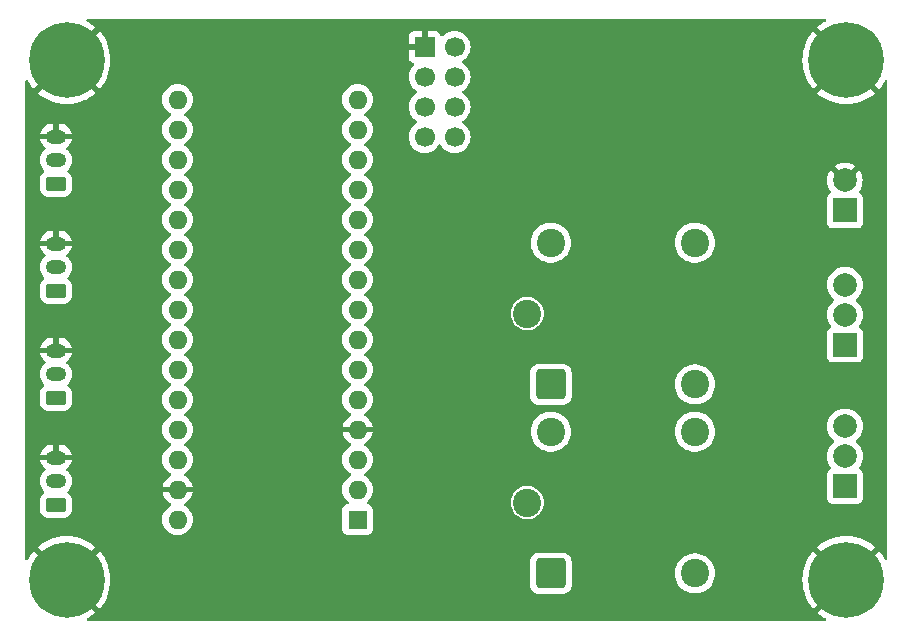
<source format=gbr>
%TF.GenerationSoftware,KiCad,Pcbnew,8.0.5*%
%TF.CreationDate,2025-02-12T03:45:18+07:00*%
%TF.ProjectId,SmartFarmMySensors_ArduinoNano,536d6172-7446-4617-926d-4d7953656e73,rev?*%
%TF.SameCoordinates,Original*%
%TF.FileFunction,Copper,L2,Inr*%
%TF.FilePolarity,Positive*%
%FSLAX46Y46*%
G04 Gerber Fmt 4.6, Leading zero omitted, Abs format (unit mm)*
G04 Created by KiCad (PCBNEW 8.0.5) date 2025-02-12 03:45:18*
%MOMM*%
%LPD*%
G01*
G04 APERTURE LIST*
G04 Aperture macros list*
%AMRoundRect*
0 Rectangle with rounded corners*
0 $1 Rounding radius*
0 $2 $3 $4 $5 $6 $7 $8 $9 X,Y pos of 4 corners*
0 Add a 4 corners polygon primitive as box body*
4,1,4,$2,$3,$4,$5,$6,$7,$8,$9,$2,$3,0*
0 Add four circle primitives for the rounded corners*
1,1,$1+$1,$2,$3*
1,1,$1+$1,$4,$5*
1,1,$1+$1,$6,$7*
1,1,$1+$1,$8,$9*
0 Add four rect primitives between the rounded corners*
20,1,$1+$1,$2,$3,$4,$5,0*
20,1,$1+$1,$4,$5,$6,$7,0*
20,1,$1+$1,$6,$7,$8,$9,0*
20,1,$1+$1,$8,$9,$2,$3,0*%
G04 Aperture macros list end*
%TA.AperFunction,ComponentPad*%
%ADD10R,1.700000X1.700000*%
%TD*%
%TA.AperFunction,ComponentPad*%
%ADD11C,1.700000*%
%TD*%
%TA.AperFunction,ComponentPad*%
%ADD12C,2.400000*%
%TD*%
%TA.AperFunction,ComponentPad*%
%ADD13RoundRect,0.250000X1.000000X-1.000000X1.000000X1.000000X-1.000000X1.000000X-1.000000X-1.000000X0*%
%TD*%
%TA.AperFunction,ComponentPad*%
%ADD14R,2.000000X2.000000*%
%TD*%
%TA.AperFunction,ComponentPad*%
%ADD15C,2.000000*%
%TD*%
%TA.AperFunction,ComponentPad*%
%ADD16RoundRect,0.250000X0.625000X-0.350000X0.625000X0.350000X-0.625000X0.350000X-0.625000X-0.350000X0*%
%TD*%
%TA.AperFunction,ComponentPad*%
%ADD17O,1.750000X1.200000*%
%TD*%
%TA.AperFunction,ComponentPad*%
%ADD18C,0.800000*%
%TD*%
%TA.AperFunction,ComponentPad*%
%ADD19C,6.400000*%
%TD*%
%TA.AperFunction,ComponentPad*%
%ADD20R,1.600000X1.600000*%
%TD*%
%TA.AperFunction,ComponentPad*%
%ADD21O,1.600000X1.600000*%
%TD*%
%TA.AperFunction,ViaPad*%
%ADD22C,0.600000*%
%TD*%
G04 APERTURE END LIST*
D10*
%TO.N,GND*%
%TO.C,U1*%
X143010500Y-50775000D03*
D11*
%TO.N,VCC*%
X145550500Y-50775000D03*
%TO.N,CE*%
X143010500Y-53315000D03*
%TO.N,CSN*%
X145550500Y-53315000D03*
%TO.N,SCK*%
X143010500Y-55855000D03*
%TO.N,MOSI*%
X145550500Y-55855000D03*
%TO.N,MISO*%
X143010500Y-58395000D03*
%TO.N,unconnected-(U1-IRQ-Pad8)*%
X145550500Y-58395000D03*
%TD*%
D12*
%TO.N,CO2*%
%TO.C,K2*%
X151700000Y-89350000D03*
%TO.N,NC2*%
X165900000Y-83350000D03*
%TO.N,NO2*%
X165900000Y-95350000D03*
D13*
%TO.N,Net-(D2-A)*%
X153700000Y-95350000D03*
D12*
%TO.N,+5V*%
X153700000Y-83350000D03*
%TD*%
%TO.N,CO1*%
%TO.C,K1*%
X151700000Y-73350000D03*
%TO.N,NC1*%
X165900000Y-67350000D03*
%TO.N,NO1*%
X165900000Y-79350000D03*
D13*
%TO.N,Net-(D1-A)*%
X153700000Y-79350000D03*
D12*
%TO.N,+5V*%
X153700000Y-67350000D03*
%TD*%
D14*
%TO.N,+5V*%
%TO.C,J7*%
X178600000Y-64625000D03*
D15*
%TO.N,GND*%
X178600000Y-62085000D03*
%TD*%
D14*
%TO.N,NO2*%
%TO.C,J6*%
X178600000Y-87980000D03*
D15*
%TO.N,CO2*%
X178600000Y-85440000D03*
%TO.N,NC2*%
X178600000Y-82900000D03*
%TD*%
D14*
%TO.N,NO1*%
%TO.C,J5*%
X178600000Y-75990000D03*
D15*
%TO.N,CO1*%
X178600000Y-73450000D03*
%TO.N,NC1*%
X178600000Y-70910000D03*
%TD*%
D16*
%TO.N,VCC*%
%TO.C,J4*%
X111800000Y-89540588D03*
D17*
%TO.N,Moisture 4*%
X111800000Y-87540588D03*
%TO.N,GND*%
X111800000Y-85540588D03*
%TD*%
D16*
%TO.N,VCC*%
%TO.C,J3*%
X111800000Y-80481177D03*
D17*
%TO.N,Moisture 3*%
X111800000Y-78481177D03*
%TO.N,GND*%
X111800000Y-76481177D03*
%TD*%
D16*
%TO.N,VCC*%
%TO.C,J2*%
X111800000Y-71421766D03*
D17*
%TO.N,Moisture 2*%
X111800000Y-69421766D03*
%TO.N,GND*%
X111800000Y-67421766D03*
%TD*%
D16*
%TO.N,VCC*%
%TO.C,J1*%
X111800000Y-62362355D03*
D17*
%TO.N,Moisture 1*%
X111800000Y-60362355D03*
%TO.N,GND*%
X111800000Y-58362355D03*
%TD*%
D18*
%TO.N,GND*%
%TO.C,H4*%
X176300000Y-51900000D03*
X177002944Y-50202944D03*
X177002944Y-53597056D03*
X178700000Y-49500000D03*
D19*
X178700000Y-51900000D03*
D18*
X178700000Y-54300000D03*
X180397056Y-50202944D03*
X180397056Y-53597056D03*
X181100000Y-51900000D03*
%TD*%
%TO.N,GND*%
%TO.C,H3*%
X176300000Y-95900000D03*
X177002944Y-94202944D03*
X177002944Y-97597056D03*
X178700000Y-93500000D03*
D19*
X178700000Y-95900000D03*
D18*
X178700000Y-98300000D03*
X180397056Y-94202944D03*
X180397056Y-97597056D03*
X181100000Y-95900000D03*
%TD*%
%TO.N,GND*%
%TO.C,H2*%
X110300000Y-95900000D03*
X111002944Y-94202944D03*
X111002944Y-97597056D03*
X112700000Y-93500000D03*
D19*
X112700000Y-95900000D03*
D18*
X112700000Y-98300000D03*
X114397056Y-94202944D03*
X114397056Y-97597056D03*
X115100000Y-95900000D03*
%TD*%
%TO.N,GND*%
%TO.C,H1*%
X110300000Y-51900000D03*
X111002944Y-50202944D03*
X111002944Y-53597056D03*
X112700000Y-49500000D03*
D19*
X112700000Y-51900000D03*
D18*
X112700000Y-54300000D03*
X114397056Y-50202944D03*
X114397056Y-53597056D03*
X115100000Y-51900000D03*
%TD*%
D20*
%TO.N,unconnected-(A1-D1{slash}TX-Pad1)*%
%TO.C,A1*%
X137338500Y-90790000D03*
D21*
%TO.N,unconnected-(A1-D0{slash}RX-Pad2)*%
X137338500Y-88250000D03*
%TO.N,unconnected-(A1-~{RESET}-Pad3)*%
X137338500Y-85710000D03*
%TO.N,GND*%
X137338500Y-83170000D03*
%TO.N,RY2*%
X137338500Y-80630000D03*
%TO.N,RY1*%
X137338500Y-78090000D03*
%TO.N,unconnected-(A1-D4-Pad7)*%
X137338500Y-75550000D03*
%TO.N,unconnected-(A1-D5-Pad8)*%
X137338500Y-73010000D03*
%TO.N,unconnected-(A1-D6-Pad9)*%
X137338500Y-70470000D03*
%TO.N,unconnected-(A1-D7-Pad10)*%
X137338500Y-67930000D03*
%TO.N,unconnected-(A1-D8-Pad11)*%
X137338500Y-65390000D03*
%TO.N,CE*%
X137338500Y-62850000D03*
%TO.N,CSN*%
X137338500Y-60310000D03*
%TO.N,MOSI*%
X137338500Y-57770000D03*
%TO.N,MISO*%
X137338500Y-55230000D03*
%TO.N,SCK*%
X122098500Y-55230000D03*
%TO.N,VCC*%
X122098500Y-57770000D03*
%TO.N,unconnected-(A1-AREF-Pad18)*%
X122098500Y-60310000D03*
%TO.N,Moisture 1*%
X122098500Y-62850000D03*
%TO.N,Moisture 2*%
X122098500Y-65390000D03*
%TO.N,Moisture 3*%
X122098500Y-67930000D03*
%TO.N,Moisture 4*%
X122098500Y-70470000D03*
%TO.N,unconnected-(A1-A4-Pad23)*%
X122098500Y-73010000D03*
%TO.N,unconnected-(A1-A5-Pad24)*%
X122098500Y-75550000D03*
%TO.N,unconnected-(A1-A6-Pad25)*%
X122098500Y-78090000D03*
%TO.N,unconnected-(A1-A7-Pad26)*%
X122098500Y-80630000D03*
%TO.N,unconnected-(A1-+5V-Pad27)*%
X122098500Y-83170000D03*
%TO.N,unconnected-(A1-~{RESET}-Pad28)*%
X122098500Y-85710000D03*
%TO.N,GND*%
X122098500Y-88250000D03*
%TO.N,unconnected-(A1-VIN-Pad30)*%
X122098500Y-90790000D03*
%TD*%
D22*
%TO.N,GND*%
X140000000Y-54500000D03*
X139700000Y-58150000D03*
X144100000Y-80650000D03*
X144050000Y-96750000D03*
%TD*%
%TA.AperFunction,Conductor*%
%TO.N,GND*%
G36*
X176968745Y-48420185D02*
G01*
X177014500Y-48472989D01*
X177024444Y-48542147D01*
X176995419Y-48605703D01*
X176958001Y-48634985D01*
X176847456Y-48691310D01*
X176522206Y-48902531D01*
X176264648Y-49111095D01*
X176264648Y-49111096D01*
X177759301Y-50605748D01*
X177657670Y-50679588D01*
X177479588Y-50857670D01*
X177405748Y-50959300D01*
X175911096Y-49464648D01*
X175911095Y-49464648D01*
X175702531Y-49722206D01*
X175491310Y-50047456D01*
X175315244Y-50393005D01*
X175176262Y-50755063D01*
X175075887Y-51129669D01*
X175075886Y-51129676D01*
X175015219Y-51512712D01*
X174994922Y-51899999D01*
X174994922Y-51900000D01*
X175015219Y-52287287D01*
X175075886Y-52670323D01*
X175075887Y-52670330D01*
X175176262Y-53044936D01*
X175315244Y-53406994D01*
X175491310Y-53752543D01*
X175702531Y-54077793D01*
X175911095Y-54335350D01*
X175911096Y-54335350D01*
X177405748Y-52840698D01*
X177479588Y-52942330D01*
X177657670Y-53120412D01*
X177759300Y-53194251D01*
X176264648Y-54688903D01*
X176264649Y-54688904D01*
X176522206Y-54897468D01*
X176847456Y-55108689D01*
X177193005Y-55284755D01*
X177555063Y-55423737D01*
X177929669Y-55524112D01*
X177929676Y-55524113D01*
X178312712Y-55584780D01*
X178699999Y-55605078D01*
X178700001Y-55605078D01*
X179087287Y-55584780D01*
X179470323Y-55524113D01*
X179470330Y-55524112D01*
X179844936Y-55423737D01*
X180206994Y-55284755D01*
X180552543Y-55108689D01*
X180877783Y-54897476D01*
X180877785Y-54897475D01*
X181135349Y-54688902D01*
X179640698Y-53194251D01*
X179742330Y-53120412D01*
X179920412Y-52942330D01*
X179994251Y-52840698D01*
X181488902Y-54335349D01*
X181697475Y-54077785D01*
X181697476Y-54077783D01*
X181908691Y-53752541D01*
X181908692Y-53752538D01*
X181965015Y-53641999D01*
X182012989Y-53591202D01*
X182080810Y-53574407D01*
X182146945Y-53596944D01*
X182190397Y-53651659D01*
X182199500Y-53698293D01*
X182199500Y-94101706D01*
X182179815Y-94168745D01*
X182127011Y-94214500D01*
X182057853Y-94224444D01*
X181994297Y-94195419D01*
X181965015Y-94158001D01*
X181908689Y-94047456D01*
X181697468Y-93722206D01*
X181488904Y-93464649D01*
X181488903Y-93464648D01*
X179994251Y-94959300D01*
X179920412Y-94857670D01*
X179742330Y-94679588D01*
X179640698Y-94605748D01*
X181135350Y-93111096D01*
X181135350Y-93111095D01*
X180877793Y-92902531D01*
X180552543Y-92691310D01*
X180206994Y-92515244D01*
X179844936Y-92376262D01*
X179470330Y-92275887D01*
X179470323Y-92275886D01*
X179087287Y-92215219D01*
X178700001Y-92194922D01*
X178699999Y-92194922D01*
X178312712Y-92215219D01*
X177929676Y-92275886D01*
X177929669Y-92275887D01*
X177555063Y-92376262D01*
X177193005Y-92515244D01*
X176847456Y-92691310D01*
X176522206Y-92902531D01*
X176264648Y-93111095D01*
X176264648Y-93111096D01*
X177759301Y-94605748D01*
X177657670Y-94679588D01*
X177479588Y-94857670D01*
X177405748Y-94959300D01*
X175911096Y-93464648D01*
X175911095Y-93464648D01*
X175702531Y-93722206D01*
X175491310Y-94047456D01*
X175315244Y-94393005D01*
X175176262Y-94755063D01*
X175075887Y-95129669D01*
X175075886Y-95129676D01*
X175015219Y-95512712D01*
X174994922Y-95899999D01*
X174994922Y-95900000D01*
X175015219Y-96287287D01*
X175075886Y-96670323D01*
X175075887Y-96670330D01*
X175176262Y-97044936D01*
X175315244Y-97406994D01*
X175491310Y-97752543D01*
X175702531Y-98077793D01*
X175911095Y-98335350D01*
X175911096Y-98335350D01*
X177405748Y-96840698D01*
X177479588Y-96942330D01*
X177657670Y-97120412D01*
X177759300Y-97194251D01*
X176264648Y-98688903D01*
X176264649Y-98688904D01*
X176522206Y-98897468D01*
X176847456Y-99108689D01*
X176958001Y-99165015D01*
X177008797Y-99212990D01*
X177025592Y-99280811D01*
X177003055Y-99346945D01*
X176948340Y-99390397D01*
X176901706Y-99399500D01*
X114498294Y-99399500D01*
X114431255Y-99379815D01*
X114385500Y-99327011D01*
X114375556Y-99257853D01*
X114404581Y-99194297D01*
X114441999Y-99165015D01*
X114552543Y-99108689D01*
X114877783Y-98897476D01*
X114877785Y-98897475D01*
X115135349Y-98688902D01*
X113640698Y-97194251D01*
X113742330Y-97120412D01*
X113920412Y-96942330D01*
X113994251Y-96840698D01*
X115488902Y-98335349D01*
X115697475Y-98077785D01*
X115697476Y-98077783D01*
X115908689Y-97752543D01*
X116084755Y-97406994D01*
X116223737Y-97044936D01*
X116324112Y-96670330D01*
X116324113Y-96670323D01*
X116384780Y-96287287D01*
X116405078Y-95900000D01*
X116405078Y-95899999D01*
X116384780Y-95512712D01*
X116324113Y-95129676D01*
X116324112Y-95129669D01*
X116223737Y-94755063D01*
X116084755Y-94393005D01*
X116037358Y-94299983D01*
X151949500Y-94299983D01*
X151949500Y-96400001D01*
X151949501Y-96400018D01*
X151960000Y-96502796D01*
X151960001Y-96502799D01*
X152015185Y-96669331D01*
X152015186Y-96669334D01*
X152107288Y-96818656D01*
X152231344Y-96942712D01*
X152380666Y-97034814D01*
X152547203Y-97089999D01*
X152649991Y-97100500D01*
X154750008Y-97100499D01*
X154852797Y-97089999D01*
X155019334Y-97034814D01*
X155168656Y-96942712D01*
X155292712Y-96818656D01*
X155384814Y-96669334D01*
X155439999Y-96502797D01*
X155450500Y-96400009D01*
X155450499Y-95349995D01*
X164194732Y-95349995D01*
X164194732Y-95350004D01*
X164213777Y-95604154D01*
X164266262Y-95834108D01*
X164270492Y-95852637D01*
X164363607Y-96089888D01*
X164491041Y-96310612D01*
X164649950Y-96509877D01*
X164836783Y-96683232D01*
X165047366Y-96826805D01*
X165047371Y-96826807D01*
X165047372Y-96826808D01*
X165047373Y-96826809D01*
X165147475Y-96875015D01*
X165276992Y-96937387D01*
X165276993Y-96937387D01*
X165276996Y-96937389D01*
X165520542Y-97012513D01*
X165772565Y-97050500D01*
X166027435Y-97050500D01*
X166279458Y-97012513D01*
X166523004Y-96937389D01*
X166752634Y-96826805D01*
X166963217Y-96683232D01*
X167150050Y-96509877D01*
X167308959Y-96310612D01*
X167436393Y-96089888D01*
X167529508Y-95852637D01*
X167586222Y-95604157D01*
X167605268Y-95350000D01*
X167586222Y-95095843D01*
X167529508Y-94847363D01*
X167436393Y-94610112D01*
X167308959Y-94389388D01*
X167150050Y-94190123D01*
X166963217Y-94016768D01*
X166752634Y-93873195D01*
X166752630Y-93873193D01*
X166752627Y-93873191D01*
X166752626Y-93873190D01*
X166523006Y-93762612D01*
X166523008Y-93762612D01*
X166279466Y-93687489D01*
X166279462Y-93687488D01*
X166279458Y-93687487D01*
X166158231Y-93669214D01*
X166027440Y-93649500D01*
X166027435Y-93649500D01*
X165772565Y-93649500D01*
X165772559Y-93649500D01*
X165615609Y-93673157D01*
X165520542Y-93687487D01*
X165520539Y-93687488D01*
X165520533Y-93687489D01*
X165276992Y-93762612D01*
X165047373Y-93873190D01*
X165047372Y-93873191D01*
X164836782Y-94016768D01*
X164649952Y-94190121D01*
X164649950Y-94190123D01*
X164491041Y-94389388D01*
X164363608Y-94610109D01*
X164270492Y-94847362D01*
X164270490Y-94847369D01*
X164213777Y-95095845D01*
X164194732Y-95349995D01*
X155450499Y-95349995D01*
X155450499Y-94299992D01*
X155439999Y-94197203D01*
X155384814Y-94030666D01*
X155292712Y-93881344D01*
X155168656Y-93757288D01*
X155019334Y-93665186D01*
X154852797Y-93610001D01*
X154852795Y-93610000D01*
X154750010Y-93599500D01*
X152649998Y-93599500D01*
X152649981Y-93599501D01*
X152547203Y-93610000D01*
X152547200Y-93610001D01*
X152380668Y-93665185D01*
X152380663Y-93665187D01*
X152231342Y-93757289D01*
X152107289Y-93881342D01*
X152015187Y-94030663D01*
X152015186Y-94030666D01*
X151960001Y-94197203D01*
X151960001Y-94197204D01*
X151960000Y-94197204D01*
X151949500Y-94299983D01*
X116037358Y-94299983D01*
X115908689Y-94047456D01*
X115697468Y-93722206D01*
X115488904Y-93464649D01*
X115488903Y-93464648D01*
X113994251Y-94959300D01*
X113920412Y-94857670D01*
X113742330Y-94679588D01*
X113640698Y-94605748D01*
X115135350Y-93111096D01*
X115135350Y-93111095D01*
X114877793Y-92902531D01*
X114552543Y-92691310D01*
X114206994Y-92515244D01*
X113844936Y-92376262D01*
X113470330Y-92275887D01*
X113470323Y-92275886D01*
X113087287Y-92215219D01*
X112700001Y-92194922D01*
X112699999Y-92194922D01*
X112312712Y-92215219D01*
X111929676Y-92275886D01*
X111929669Y-92275887D01*
X111555063Y-92376262D01*
X111193005Y-92515244D01*
X110847456Y-92691310D01*
X110522206Y-92902531D01*
X110264648Y-93111095D01*
X110264648Y-93111096D01*
X111759301Y-94605748D01*
X111657670Y-94679588D01*
X111479588Y-94857670D01*
X111405748Y-94959301D01*
X109911096Y-93464648D01*
X109911095Y-93464648D01*
X109702531Y-93722206D01*
X109491310Y-94047456D01*
X109434985Y-94158001D01*
X109387010Y-94208797D01*
X109319189Y-94225592D01*
X109253055Y-94203055D01*
X109209603Y-94148340D01*
X109200500Y-94101706D01*
X109200500Y-87453977D01*
X110424500Y-87453977D01*
X110424500Y-87627198D01*
X110449346Y-87784075D01*
X110451598Y-87798289D01*
X110505127Y-87963033D01*
X110583768Y-88117376D01*
X110685586Y-88257516D01*
X110685588Y-88257518D01*
X110793127Y-88365057D01*
X110826612Y-88426380D01*
X110821628Y-88496072D01*
X110779756Y-88552005D01*
X110770544Y-88558276D01*
X110706344Y-88597875D01*
X110582289Y-88721930D01*
X110490187Y-88871251D01*
X110490185Y-88871256D01*
X110462349Y-88955258D01*
X110435001Y-89037791D01*
X110435001Y-89037792D01*
X110435000Y-89037792D01*
X110424500Y-89140571D01*
X110424500Y-89940589D01*
X110424501Y-89940607D01*
X110435000Y-90043384D01*
X110435001Y-90043387D01*
X110466110Y-90137265D01*
X110490186Y-90209922D01*
X110582288Y-90359244D01*
X110706344Y-90483300D01*
X110855666Y-90575402D01*
X111022203Y-90630587D01*
X111124991Y-90641088D01*
X112475008Y-90641087D01*
X112577797Y-90630587D01*
X112744334Y-90575402D01*
X112893656Y-90483300D01*
X113017712Y-90359244D01*
X113109814Y-90209922D01*
X113164999Y-90043385D01*
X113175500Y-89940597D01*
X113175499Y-89140580D01*
X113173263Y-89118695D01*
X113164999Y-89037791D01*
X113164998Y-89037788D01*
X113161712Y-89027872D01*
X113109814Y-88871254D01*
X113017712Y-88721932D01*
X112893656Y-88597876D01*
X112893652Y-88597873D01*
X112829456Y-88558276D01*
X112782731Y-88506328D01*
X112771510Y-88437365D01*
X112799353Y-88373283D01*
X112806850Y-88365079D01*
X112914414Y-88257516D01*
X113016232Y-88117376D01*
X113094873Y-87963033D01*
X113148402Y-87798289D01*
X113175500Y-87627199D01*
X113175500Y-87453977D01*
X113148402Y-87282887D01*
X113094873Y-87118143D01*
X113016232Y-86963800D01*
X112914414Y-86823660D01*
X112791928Y-86701174D01*
X112708550Y-86640596D01*
X112665885Y-86585265D01*
X112659906Y-86515652D01*
X112692512Y-86453857D01*
X112708552Y-86439959D01*
X112791598Y-86379624D01*
X112914032Y-86257190D01*
X113015804Y-86117112D01*
X113094408Y-85962843D01*
X113147914Y-85798172D01*
X113149115Y-85790588D01*
X112080330Y-85790588D01*
X112100075Y-85770843D01*
X112149444Y-85685333D01*
X112175000Y-85589958D01*
X112175000Y-85491218D01*
X112149444Y-85395843D01*
X112100075Y-85310333D01*
X112080330Y-85290588D01*
X113149115Y-85290588D01*
X113149115Y-85290587D01*
X113147914Y-85283003D01*
X113094408Y-85118332D01*
X113015804Y-84964063D01*
X112914032Y-84823985D01*
X112791602Y-84701555D01*
X112651524Y-84599783D01*
X112497257Y-84521179D01*
X112332584Y-84467673D01*
X112161571Y-84440588D01*
X112050000Y-84440588D01*
X112050000Y-85260258D01*
X112030255Y-85240513D01*
X111944745Y-85191144D01*
X111849370Y-85165588D01*
X111750630Y-85165588D01*
X111655255Y-85191144D01*
X111569745Y-85240513D01*
X111550000Y-85260258D01*
X111550000Y-84440588D01*
X111438429Y-84440588D01*
X111267415Y-84467673D01*
X111102742Y-84521179D01*
X110948475Y-84599783D01*
X110808397Y-84701555D01*
X110685967Y-84823985D01*
X110584195Y-84964063D01*
X110505591Y-85118332D01*
X110452085Y-85283003D01*
X110450884Y-85290587D01*
X110450885Y-85290588D01*
X111519670Y-85290588D01*
X111499925Y-85310333D01*
X111450556Y-85395843D01*
X111425000Y-85491218D01*
X111425000Y-85589958D01*
X111450556Y-85685333D01*
X111499925Y-85770843D01*
X111519670Y-85790588D01*
X110450885Y-85790588D01*
X110452085Y-85798172D01*
X110505591Y-85962843D01*
X110584195Y-86117112D01*
X110685967Y-86257190D01*
X110808401Y-86379624D01*
X110891447Y-86439959D01*
X110934114Y-86495289D01*
X110940093Y-86564902D01*
X110907488Y-86626697D01*
X110891450Y-86640595D01*
X110808072Y-86701173D01*
X110685588Y-86823657D01*
X110685588Y-86823658D01*
X110685586Y-86823660D01*
X110653449Y-86867893D01*
X110583768Y-86963799D01*
X110505128Y-87118140D01*
X110505127Y-87118142D01*
X110505127Y-87118143D01*
X110504567Y-87119867D01*
X110451597Y-87282890D01*
X110424500Y-87453977D01*
X109200500Y-87453977D01*
X109200500Y-78394566D01*
X110424500Y-78394566D01*
X110424500Y-78567788D01*
X110451598Y-78738878D01*
X110505127Y-78903622D01*
X110583768Y-79057965D01*
X110685586Y-79198105D01*
X110685588Y-79198107D01*
X110793127Y-79305646D01*
X110826612Y-79366969D01*
X110821628Y-79436661D01*
X110779756Y-79492594D01*
X110770544Y-79498865D01*
X110706344Y-79538464D01*
X110582289Y-79662519D01*
X110490187Y-79811840D01*
X110490185Y-79811845D01*
X110476668Y-79852637D01*
X110435001Y-79978380D01*
X110435001Y-79978381D01*
X110435000Y-79978381D01*
X110424500Y-80081160D01*
X110424500Y-80881178D01*
X110424501Y-80881196D01*
X110435000Y-80983973D01*
X110435001Y-80983976D01*
X110473614Y-81100500D01*
X110490186Y-81150511D01*
X110582288Y-81299833D01*
X110706344Y-81423889D01*
X110855666Y-81515991D01*
X111022203Y-81571176D01*
X111124991Y-81581677D01*
X112475008Y-81581676D01*
X112577797Y-81571176D01*
X112744334Y-81515991D01*
X112893656Y-81423889D01*
X113017712Y-81299833D01*
X113109814Y-81150511D01*
X113164999Y-80983974D01*
X113175500Y-80881186D01*
X113175499Y-80081169D01*
X113164999Y-79978380D01*
X113109814Y-79811843D01*
X113017712Y-79662521D01*
X112893656Y-79538465D01*
X112893652Y-79538462D01*
X112829456Y-79498865D01*
X112782731Y-79446917D01*
X112771510Y-79377954D01*
X112799353Y-79313872D01*
X112806850Y-79305668D01*
X112914414Y-79198105D01*
X113016232Y-79057965D01*
X113094873Y-78903622D01*
X113148402Y-78738878D01*
X113175500Y-78567788D01*
X113175500Y-78394566D01*
X113148402Y-78223476D01*
X113094873Y-78058732D01*
X113016232Y-77904389D01*
X112914414Y-77764249D01*
X112791928Y-77641763D01*
X112708550Y-77581185D01*
X112665885Y-77525854D01*
X112659906Y-77456241D01*
X112692512Y-77394446D01*
X112708552Y-77380548D01*
X112791598Y-77320213D01*
X112914032Y-77197779D01*
X113015804Y-77057701D01*
X113094408Y-76903432D01*
X113147914Y-76738761D01*
X113149115Y-76731177D01*
X112080330Y-76731177D01*
X112100075Y-76711432D01*
X112149444Y-76625922D01*
X112175000Y-76530547D01*
X112175000Y-76431807D01*
X112149444Y-76336432D01*
X112100075Y-76250922D01*
X112080330Y-76231177D01*
X113149115Y-76231177D01*
X113149115Y-76231176D01*
X113147914Y-76223592D01*
X113094408Y-76058921D01*
X113015804Y-75904652D01*
X112914032Y-75764574D01*
X112791602Y-75642144D01*
X112651524Y-75540372D01*
X112497257Y-75461768D01*
X112332584Y-75408262D01*
X112161571Y-75381177D01*
X112050000Y-75381177D01*
X112050000Y-76200847D01*
X112030255Y-76181102D01*
X111944745Y-76131733D01*
X111849370Y-76106177D01*
X111750630Y-76106177D01*
X111655255Y-76131733D01*
X111569745Y-76181102D01*
X111550000Y-76200847D01*
X111550000Y-75381177D01*
X111438429Y-75381177D01*
X111267415Y-75408262D01*
X111102742Y-75461768D01*
X110948475Y-75540372D01*
X110808397Y-75642144D01*
X110685967Y-75764574D01*
X110584195Y-75904652D01*
X110505591Y-76058921D01*
X110452085Y-76223592D01*
X110450884Y-76231176D01*
X110450885Y-76231177D01*
X111519670Y-76231177D01*
X111499925Y-76250922D01*
X111450556Y-76336432D01*
X111425000Y-76431807D01*
X111425000Y-76530547D01*
X111450556Y-76625922D01*
X111499925Y-76711432D01*
X111519670Y-76731177D01*
X110450885Y-76731177D01*
X110452085Y-76738761D01*
X110505591Y-76903432D01*
X110584195Y-77057701D01*
X110685967Y-77197779D01*
X110808401Y-77320213D01*
X110891447Y-77380548D01*
X110934114Y-77435878D01*
X110940093Y-77505491D01*
X110907488Y-77567286D01*
X110891450Y-77581184D01*
X110808072Y-77641762D01*
X110685588Y-77764246D01*
X110685588Y-77764247D01*
X110685586Y-77764249D01*
X110641859Y-77824433D01*
X110583768Y-77904388D01*
X110505128Y-78058729D01*
X110451597Y-78223479D01*
X110439481Y-78299981D01*
X110424500Y-78394566D01*
X109200500Y-78394566D01*
X109200500Y-69335155D01*
X110424500Y-69335155D01*
X110424500Y-69508376D01*
X110443899Y-69630861D01*
X110451598Y-69679467D01*
X110505127Y-69844211D01*
X110583768Y-69998554D01*
X110685586Y-70138694D01*
X110685588Y-70138696D01*
X110793127Y-70246235D01*
X110826612Y-70307558D01*
X110821628Y-70377250D01*
X110779756Y-70433183D01*
X110770544Y-70439454D01*
X110706344Y-70479053D01*
X110582289Y-70603108D01*
X110490187Y-70752429D01*
X110490186Y-70752432D01*
X110435001Y-70918969D01*
X110435001Y-70918970D01*
X110435000Y-70918970D01*
X110424500Y-71021749D01*
X110424500Y-71821767D01*
X110424501Y-71821785D01*
X110435000Y-71924562D01*
X110435001Y-71924565D01*
X110443264Y-71949500D01*
X110490186Y-72091100D01*
X110582288Y-72240422D01*
X110706344Y-72364478D01*
X110855666Y-72456580D01*
X111022203Y-72511765D01*
X111124991Y-72522266D01*
X112475008Y-72522265D01*
X112577797Y-72511765D01*
X112744334Y-72456580D01*
X112893656Y-72364478D01*
X113017712Y-72240422D01*
X113109814Y-72091100D01*
X113164999Y-71924563D01*
X113175500Y-71821775D01*
X113175499Y-71021758D01*
X113164999Y-70918969D01*
X113109814Y-70752432D01*
X113017712Y-70603110D01*
X112893656Y-70479054D01*
X112893652Y-70479051D01*
X112829456Y-70439454D01*
X112782731Y-70387506D01*
X112771510Y-70318543D01*
X112799353Y-70254461D01*
X112806850Y-70246257D01*
X112914414Y-70138694D01*
X113016232Y-69998554D01*
X113094873Y-69844211D01*
X113148402Y-69679467D01*
X113175500Y-69508377D01*
X113175500Y-69335155D01*
X113148402Y-69164065D01*
X113094873Y-68999321D01*
X113016232Y-68844978D01*
X112914414Y-68704838D01*
X112791928Y-68582352D01*
X112708550Y-68521774D01*
X112665885Y-68466443D01*
X112659906Y-68396830D01*
X112692512Y-68335035D01*
X112708552Y-68321137D01*
X112791598Y-68260802D01*
X112914032Y-68138368D01*
X113015804Y-67998290D01*
X113094408Y-67844021D01*
X113147914Y-67679350D01*
X113149115Y-67671766D01*
X112080330Y-67671766D01*
X112100075Y-67652021D01*
X112149444Y-67566511D01*
X112175000Y-67471136D01*
X112175000Y-67372396D01*
X112149444Y-67277021D01*
X112100075Y-67191511D01*
X112080330Y-67171766D01*
X113149115Y-67171766D01*
X113149115Y-67171765D01*
X113147914Y-67164181D01*
X113094408Y-66999510D01*
X113015804Y-66845241D01*
X112914032Y-66705163D01*
X112791602Y-66582733D01*
X112651524Y-66480961D01*
X112497257Y-66402357D01*
X112332584Y-66348851D01*
X112161571Y-66321766D01*
X112050000Y-66321766D01*
X112050000Y-67141436D01*
X112030255Y-67121691D01*
X111944745Y-67072322D01*
X111849370Y-67046766D01*
X111750630Y-67046766D01*
X111655255Y-67072322D01*
X111569745Y-67121691D01*
X111550000Y-67141436D01*
X111550000Y-66321766D01*
X111438429Y-66321766D01*
X111267415Y-66348851D01*
X111102742Y-66402357D01*
X110948475Y-66480961D01*
X110808397Y-66582733D01*
X110685967Y-66705163D01*
X110584195Y-66845241D01*
X110505591Y-66999510D01*
X110452085Y-67164181D01*
X110450884Y-67171765D01*
X110450885Y-67171766D01*
X111519670Y-67171766D01*
X111499925Y-67191511D01*
X111450556Y-67277021D01*
X111425000Y-67372396D01*
X111425000Y-67471136D01*
X111450556Y-67566511D01*
X111499925Y-67652021D01*
X111519670Y-67671766D01*
X110450885Y-67671766D01*
X110452085Y-67679350D01*
X110505591Y-67844021D01*
X110584195Y-67998290D01*
X110685967Y-68138368D01*
X110808401Y-68260802D01*
X110891447Y-68321137D01*
X110934114Y-68376467D01*
X110940093Y-68446080D01*
X110907488Y-68507875D01*
X110891450Y-68521773D01*
X110808072Y-68582351D01*
X110685588Y-68704835D01*
X110685588Y-68704836D01*
X110685586Y-68704838D01*
X110641859Y-68765022D01*
X110583768Y-68844977D01*
X110505128Y-68999318D01*
X110451597Y-69164068D01*
X110424500Y-69335155D01*
X109200500Y-69335155D01*
X109200500Y-60275744D01*
X110424500Y-60275744D01*
X110424500Y-60448965D01*
X110446045Y-60585000D01*
X110451598Y-60620056D01*
X110505127Y-60784800D01*
X110583768Y-60939143D01*
X110685586Y-61079283D01*
X110685588Y-61079285D01*
X110793127Y-61186824D01*
X110826612Y-61248147D01*
X110821628Y-61317839D01*
X110779756Y-61373772D01*
X110770544Y-61380043D01*
X110706344Y-61419642D01*
X110582289Y-61543697D01*
X110490187Y-61693018D01*
X110490185Y-61693023D01*
X110481434Y-61719432D01*
X110435001Y-61859558D01*
X110435001Y-61859559D01*
X110435000Y-61859559D01*
X110424500Y-61962338D01*
X110424500Y-62762356D01*
X110424501Y-62762374D01*
X110435000Y-62865151D01*
X110435001Y-62865154D01*
X110490185Y-63031686D01*
X110490187Y-63031691D01*
X110517940Y-63076686D01*
X110582288Y-63181011D01*
X110706344Y-63305067D01*
X110855666Y-63397169D01*
X111022203Y-63452354D01*
X111124991Y-63462855D01*
X112475008Y-63462854D01*
X112577797Y-63452354D01*
X112744334Y-63397169D01*
X112893656Y-63305067D01*
X113017712Y-63181011D01*
X113109814Y-63031689D01*
X113164999Y-62865152D01*
X113175500Y-62762364D01*
X113175499Y-61962347D01*
X113164999Y-61859558D01*
X113109814Y-61693021D01*
X113017712Y-61543699D01*
X112893656Y-61419643D01*
X112893652Y-61419640D01*
X112829456Y-61380043D01*
X112782731Y-61328095D01*
X112771510Y-61259132D01*
X112799353Y-61195050D01*
X112806850Y-61186846D01*
X112914414Y-61079283D01*
X113016232Y-60939143D01*
X113094873Y-60784800D01*
X113148402Y-60620056D01*
X113175500Y-60448966D01*
X113175500Y-60275744D01*
X113148402Y-60104654D01*
X113094873Y-59939910D01*
X113016232Y-59785567D01*
X112914414Y-59645427D01*
X112791928Y-59522941D01*
X112708550Y-59462363D01*
X112665885Y-59407032D01*
X112659906Y-59337419D01*
X112692512Y-59275624D01*
X112708552Y-59261726D01*
X112791598Y-59201391D01*
X112914032Y-59078957D01*
X113015804Y-58938879D01*
X113094408Y-58784610D01*
X113147914Y-58619939D01*
X113149115Y-58612355D01*
X112080330Y-58612355D01*
X112100075Y-58592610D01*
X112149444Y-58507100D01*
X112175000Y-58411725D01*
X112175000Y-58312985D01*
X112149444Y-58217610D01*
X112100075Y-58132100D01*
X112080330Y-58112355D01*
X113149115Y-58112355D01*
X113149115Y-58112354D01*
X113147914Y-58104770D01*
X113094408Y-57940099D01*
X113015804Y-57785830D01*
X112914032Y-57645752D01*
X112791602Y-57523322D01*
X112651524Y-57421550D01*
X112497257Y-57342946D01*
X112332584Y-57289440D01*
X112161571Y-57262355D01*
X112050000Y-57262355D01*
X112050000Y-58082025D01*
X112030255Y-58062280D01*
X111944745Y-58012911D01*
X111849370Y-57987355D01*
X111750630Y-57987355D01*
X111655255Y-58012911D01*
X111569745Y-58062280D01*
X111550000Y-58082025D01*
X111550000Y-57262355D01*
X111438429Y-57262355D01*
X111267415Y-57289440D01*
X111102742Y-57342946D01*
X110948475Y-57421550D01*
X110808397Y-57523322D01*
X110685967Y-57645752D01*
X110584195Y-57785830D01*
X110505591Y-57940099D01*
X110452085Y-58104770D01*
X110450884Y-58112354D01*
X110450885Y-58112355D01*
X111519670Y-58112355D01*
X111499925Y-58132100D01*
X111450556Y-58217610D01*
X111425000Y-58312985D01*
X111425000Y-58411725D01*
X111450556Y-58507100D01*
X111499925Y-58592610D01*
X111519670Y-58612355D01*
X110450885Y-58612355D01*
X110452085Y-58619939D01*
X110505591Y-58784610D01*
X110584195Y-58938879D01*
X110685967Y-59078957D01*
X110808401Y-59201391D01*
X110891447Y-59261726D01*
X110934114Y-59317056D01*
X110940093Y-59386669D01*
X110907488Y-59448464D01*
X110891450Y-59462362D01*
X110808072Y-59522940D01*
X110685588Y-59645424D01*
X110685588Y-59645425D01*
X110685586Y-59645427D01*
X110641859Y-59705611D01*
X110583768Y-59785566D01*
X110505128Y-59939907D01*
X110451597Y-60104657D01*
X110424500Y-60275744D01*
X109200500Y-60275744D01*
X109200500Y-53698293D01*
X109220185Y-53631254D01*
X109272989Y-53585499D01*
X109342147Y-53575555D01*
X109405703Y-53604580D01*
X109434985Y-53641999D01*
X109491307Y-53752538D01*
X109491308Y-53752541D01*
X109702531Y-54077793D01*
X109911095Y-54335350D01*
X109911096Y-54335350D01*
X111405747Y-52840698D01*
X111479588Y-52942330D01*
X111657670Y-53120412D01*
X111759300Y-53194251D01*
X110264648Y-54688903D01*
X110264649Y-54688904D01*
X110522206Y-54897468D01*
X110847456Y-55108689D01*
X111193005Y-55284755D01*
X111555063Y-55423737D01*
X111929669Y-55524112D01*
X111929676Y-55524113D01*
X112312712Y-55584780D01*
X112699999Y-55605078D01*
X112700001Y-55605078D01*
X113087287Y-55584780D01*
X113470323Y-55524113D01*
X113470330Y-55524112D01*
X113844936Y-55423737D01*
X114206994Y-55284755D01*
X114314461Y-55229998D01*
X120793032Y-55229998D01*
X120793032Y-55230001D01*
X120812864Y-55456686D01*
X120812866Y-55456697D01*
X120871758Y-55676488D01*
X120871761Y-55676497D01*
X120967931Y-55882732D01*
X120967932Y-55882734D01*
X121098454Y-56069141D01*
X121259358Y-56230045D01*
X121259361Y-56230047D01*
X121445766Y-56360568D01*
X121503775Y-56387618D01*
X121556214Y-56433791D01*
X121575366Y-56500984D01*
X121555150Y-56567865D01*
X121503775Y-56612382D01*
X121445767Y-56639431D01*
X121445765Y-56639432D01*
X121259358Y-56769954D01*
X121098454Y-56930858D01*
X120967932Y-57117265D01*
X120967931Y-57117267D01*
X120871761Y-57323502D01*
X120871758Y-57323511D01*
X120812866Y-57543302D01*
X120812864Y-57543313D01*
X120793032Y-57769998D01*
X120793032Y-57770001D01*
X120812864Y-57996686D01*
X120812866Y-57996697D01*
X120871758Y-58216488D01*
X120871761Y-58216497D01*
X120967931Y-58422732D01*
X120967932Y-58422734D01*
X121098454Y-58609141D01*
X121259358Y-58770045D01*
X121259361Y-58770047D01*
X121445766Y-58900568D01*
X121503775Y-58927618D01*
X121556214Y-58973791D01*
X121575366Y-59040984D01*
X121555150Y-59107865D01*
X121503775Y-59152382D01*
X121445767Y-59179431D01*
X121445765Y-59179432D01*
X121259358Y-59309954D01*
X121098454Y-59470858D01*
X120967932Y-59657265D01*
X120967931Y-59657267D01*
X120871761Y-59863502D01*
X120871758Y-59863511D01*
X120812866Y-60083302D01*
X120812864Y-60083313D01*
X120793032Y-60309998D01*
X120793032Y-60310001D01*
X120812864Y-60536686D01*
X120812866Y-60536697D01*
X120871758Y-60756488D01*
X120871761Y-60756497D01*
X120967931Y-60962732D01*
X120967932Y-60962734D01*
X121098454Y-61149141D01*
X121259358Y-61310045D01*
X121259361Y-61310047D01*
X121445766Y-61440568D01*
X121503775Y-61467618D01*
X121556214Y-61513791D01*
X121575366Y-61580984D01*
X121555150Y-61647865D01*
X121503775Y-61692381D01*
X121502400Y-61693023D01*
X121445767Y-61719431D01*
X121445765Y-61719432D01*
X121259358Y-61849954D01*
X121098454Y-62010858D01*
X120967932Y-62197265D01*
X120967931Y-62197267D01*
X120871761Y-62403502D01*
X120871758Y-62403511D01*
X120812866Y-62623302D01*
X120812864Y-62623313D01*
X120793032Y-62849998D01*
X120793032Y-62850001D01*
X120812864Y-63076686D01*
X120812866Y-63076697D01*
X120871758Y-63296488D01*
X120871761Y-63296497D01*
X120967931Y-63502732D01*
X120967932Y-63502734D01*
X121098454Y-63689141D01*
X121259358Y-63850045D01*
X121259361Y-63850047D01*
X121445766Y-63980568D01*
X121503775Y-64007618D01*
X121556214Y-64053791D01*
X121575366Y-64120984D01*
X121555150Y-64187865D01*
X121503775Y-64232382D01*
X121445767Y-64259431D01*
X121445765Y-64259432D01*
X121259358Y-64389954D01*
X121098454Y-64550858D01*
X120967932Y-64737265D01*
X120967931Y-64737267D01*
X120871761Y-64943502D01*
X120871758Y-64943511D01*
X120812866Y-65163302D01*
X120812864Y-65163313D01*
X120793032Y-65389998D01*
X120793032Y-65390001D01*
X120812864Y-65616686D01*
X120812866Y-65616697D01*
X120871758Y-65836488D01*
X120871761Y-65836497D01*
X120967931Y-66042732D01*
X120967932Y-66042734D01*
X121098454Y-66229141D01*
X121259358Y-66390045D01*
X121259361Y-66390047D01*
X121445766Y-66520568D01*
X121503775Y-66547618D01*
X121556214Y-66593791D01*
X121575366Y-66660984D01*
X121555150Y-66727865D01*
X121503775Y-66772382D01*
X121445767Y-66799431D01*
X121445765Y-66799432D01*
X121259358Y-66929954D01*
X121098454Y-67090858D01*
X120967932Y-67277265D01*
X120967931Y-67277267D01*
X120871761Y-67483502D01*
X120871758Y-67483511D01*
X120812866Y-67703302D01*
X120812864Y-67703313D01*
X120793032Y-67929998D01*
X120793032Y-67930001D01*
X120812864Y-68156686D01*
X120812866Y-68156697D01*
X120871758Y-68376488D01*
X120871761Y-68376497D01*
X120967931Y-68582732D01*
X120967932Y-68582734D01*
X121098454Y-68769141D01*
X121259358Y-68930045D01*
X121306193Y-68962839D01*
X121445766Y-69060568D01*
X121503775Y-69087618D01*
X121556214Y-69133791D01*
X121575366Y-69200984D01*
X121555150Y-69267865D01*
X121503775Y-69312382D01*
X121445767Y-69339431D01*
X121445765Y-69339432D01*
X121259358Y-69469954D01*
X121098454Y-69630858D01*
X120967932Y-69817265D01*
X120967931Y-69817267D01*
X120871761Y-70023502D01*
X120871758Y-70023511D01*
X120812866Y-70243302D01*
X120812864Y-70243313D01*
X120793032Y-70469998D01*
X120793032Y-70470001D01*
X120812864Y-70696686D01*
X120812866Y-70696697D01*
X120871758Y-70916488D01*
X120871761Y-70916497D01*
X120967931Y-71122732D01*
X120967932Y-71122734D01*
X121098454Y-71309141D01*
X121259358Y-71470045D01*
X121259361Y-71470047D01*
X121445766Y-71600568D01*
X121503775Y-71627618D01*
X121556214Y-71673791D01*
X121575366Y-71740984D01*
X121555150Y-71807865D01*
X121503775Y-71852382D01*
X121445767Y-71879431D01*
X121445765Y-71879432D01*
X121259358Y-72009954D01*
X121098454Y-72170858D01*
X120967932Y-72357265D01*
X120967931Y-72357267D01*
X120871761Y-72563502D01*
X120871758Y-72563511D01*
X120812866Y-72783302D01*
X120812864Y-72783313D01*
X120793032Y-73009998D01*
X120793032Y-73010001D01*
X120812864Y-73236686D01*
X120812866Y-73236697D01*
X120871758Y-73456488D01*
X120871761Y-73456497D01*
X120967931Y-73662732D01*
X120967932Y-73662734D01*
X121098454Y-73849141D01*
X121259358Y-74010045D01*
X121259361Y-74010047D01*
X121445766Y-74140568D01*
X121501609Y-74166608D01*
X121503775Y-74167618D01*
X121556214Y-74213791D01*
X121575366Y-74280984D01*
X121555150Y-74347865D01*
X121503775Y-74392382D01*
X121445767Y-74419431D01*
X121445765Y-74419432D01*
X121259358Y-74549954D01*
X121098454Y-74710858D01*
X120967932Y-74897265D01*
X120967931Y-74897267D01*
X120871761Y-75103502D01*
X120871758Y-75103511D01*
X120812866Y-75323302D01*
X120812864Y-75323313D01*
X120793032Y-75549998D01*
X120793032Y-75550001D01*
X120812864Y-75776686D01*
X120812866Y-75776697D01*
X120871758Y-75996488D01*
X120871761Y-75996497D01*
X120967931Y-76202732D01*
X120967932Y-76202734D01*
X121098454Y-76389141D01*
X121259358Y-76550045D01*
X121259361Y-76550047D01*
X121445766Y-76680568D01*
X121503775Y-76707618D01*
X121556214Y-76753791D01*
X121575366Y-76820984D01*
X121555150Y-76887865D01*
X121503775Y-76932382D01*
X121445767Y-76959431D01*
X121445765Y-76959432D01*
X121259358Y-77089954D01*
X121098454Y-77250858D01*
X120967932Y-77437265D01*
X120967931Y-77437267D01*
X120871761Y-77643502D01*
X120871758Y-77643511D01*
X120812866Y-77863302D01*
X120812864Y-77863313D01*
X120793032Y-78089998D01*
X120793032Y-78090001D01*
X120812864Y-78316686D01*
X120812866Y-78316697D01*
X120871758Y-78536488D01*
X120871761Y-78536497D01*
X120967931Y-78742732D01*
X120967932Y-78742734D01*
X121098454Y-78929141D01*
X121259358Y-79090045D01*
X121259361Y-79090047D01*
X121445766Y-79220568D01*
X121503775Y-79247618D01*
X121556214Y-79293791D01*
X121575366Y-79360984D01*
X121555150Y-79427865D01*
X121503775Y-79472382D01*
X121445767Y-79499431D01*
X121445765Y-79499432D01*
X121259358Y-79629954D01*
X121098454Y-79790858D01*
X120967932Y-79977265D01*
X120967931Y-79977267D01*
X120871761Y-80183502D01*
X120871758Y-80183511D01*
X120812866Y-80403302D01*
X120812864Y-80403313D01*
X120793032Y-80629998D01*
X120793032Y-80630001D01*
X120812864Y-80856686D01*
X120812866Y-80856697D01*
X120871758Y-81076488D01*
X120871761Y-81076497D01*
X120967931Y-81282732D01*
X120967932Y-81282734D01*
X121098454Y-81469141D01*
X121259358Y-81630045D01*
X121287143Y-81649500D01*
X121445766Y-81760568D01*
X121503775Y-81787618D01*
X121556214Y-81833791D01*
X121575366Y-81900984D01*
X121555150Y-81967865D01*
X121503775Y-82012382D01*
X121445767Y-82039431D01*
X121445765Y-82039432D01*
X121259358Y-82169954D01*
X121098454Y-82330858D01*
X120967932Y-82517265D01*
X120967931Y-82517267D01*
X120871761Y-82723502D01*
X120871758Y-82723511D01*
X120812866Y-82943302D01*
X120812864Y-82943313D01*
X120793032Y-83169998D01*
X120793032Y-83170001D01*
X120812864Y-83396686D01*
X120812866Y-83396697D01*
X120871758Y-83616488D01*
X120871761Y-83616497D01*
X120967931Y-83822732D01*
X120967932Y-83822734D01*
X121098454Y-84009141D01*
X121259358Y-84170045D01*
X121300182Y-84198630D01*
X121445766Y-84300568D01*
X121503181Y-84327341D01*
X121503775Y-84327618D01*
X121556214Y-84373791D01*
X121575366Y-84440984D01*
X121555150Y-84507865D01*
X121503775Y-84552382D01*
X121445767Y-84579431D01*
X121445765Y-84579432D01*
X121259358Y-84709954D01*
X121098454Y-84870858D01*
X120967932Y-85057265D01*
X120967931Y-85057267D01*
X120871761Y-85263502D01*
X120871758Y-85263511D01*
X120812866Y-85483302D01*
X120812864Y-85483313D01*
X120793032Y-85709998D01*
X120793032Y-85710001D01*
X120812864Y-85936686D01*
X120812866Y-85936697D01*
X120871758Y-86156488D01*
X120871761Y-86156497D01*
X120967931Y-86362732D01*
X120967932Y-86362734D01*
X121098454Y-86549141D01*
X121259358Y-86710045D01*
X121306193Y-86742839D01*
X121445766Y-86840568D01*
X121504365Y-86867893D01*
X121556805Y-86914065D01*
X121575957Y-86981258D01*
X121555742Y-87048139D01*
X121504367Y-87092657D01*
X121446015Y-87119867D01*
X121259679Y-87250342D01*
X121098842Y-87411179D01*
X120968365Y-87597517D01*
X120872234Y-87803673D01*
X120872230Y-87803682D01*
X120819627Y-87999999D01*
X120819628Y-88000000D01*
X121665488Y-88000000D01*
X121632575Y-88057007D01*
X121598500Y-88184174D01*
X121598500Y-88315826D01*
X121632575Y-88442993D01*
X121665488Y-88500000D01*
X120819628Y-88500000D01*
X120872230Y-88696317D01*
X120872234Y-88696326D01*
X120968365Y-88902482D01*
X121098842Y-89088820D01*
X121259679Y-89249657D01*
X121446018Y-89380134D01*
X121446020Y-89380135D01*
X121504365Y-89407342D01*
X121556805Y-89453514D01*
X121575957Y-89520707D01*
X121555742Y-89587589D01*
X121504367Y-89632105D01*
X121445768Y-89659431D01*
X121445764Y-89659433D01*
X121259358Y-89789954D01*
X121098454Y-89950858D01*
X120967932Y-90137265D01*
X120967931Y-90137267D01*
X120871761Y-90343502D01*
X120871758Y-90343511D01*
X120812866Y-90563302D01*
X120812864Y-90563313D01*
X120793032Y-90789998D01*
X120793032Y-90790001D01*
X120812864Y-91016686D01*
X120812866Y-91016697D01*
X120871758Y-91236488D01*
X120871761Y-91236497D01*
X120967931Y-91442732D01*
X120967932Y-91442734D01*
X121098454Y-91629141D01*
X121259358Y-91790045D01*
X121259361Y-91790047D01*
X121445766Y-91920568D01*
X121652004Y-92016739D01*
X121871808Y-92075635D01*
X122033730Y-92089801D01*
X122098498Y-92095468D01*
X122098500Y-92095468D01*
X122098502Y-92095468D01*
X122155307Y-92090498D01*
X122325192Y-92075635D01*
X122544996Y-92016739D01*
X122751234Y-91920568D01*
X122937639Y-91790047D01*
X123098547Y-91629139D01*
X123229068Y-91442734D01*
X123325239Y-91236496D01*
X123384135Y-91016692D01*
X123403968Y-90790000D01*
X123384135Y-90563308D01*
X123329457Y-90359245D01*
X123325241Y-90343511D01*
X123325238Y-90343502D01*
X123229068Y-90137267D01*
X123229067Y-90137265D01*
X123098545Y-89950858D01*
X122937641Y-89789954D01*
X122751234Y-89659432D01*
X122751232Y-89659431D01*
X122739775Y-89654088D01*
X122692632Y-89632105D01*
X122640194Y-89585934D01*
X122621042Y-89518740D01*
X122641258Y-89451859D01*
X122692634Y-89407341D01*
X122750984Y-89380132D01*
X122937320Y-89249657D01*
X123098157Y-89088820D01*
X123228634Y-88902482D01*
X123324765Y-88696326D01*
X123324769Y-88696317D01*
X123377372Y-88500000D01*
X122531512Y-88500000D01*
X122564425Y-88442993D01*
X122598500Y-88315826D01*
X122598500Y-88184174D01*
X122564425Y-88057007D01*
X122531512Y-88000000D01*
X123377372Y-88000000D01*
X123377372Y-87999999D01*
X123324769Y-87803682D01*
X123324765Y-87803673D01*
X123228634Y-87597517D01*
X123098157Y-87411179D01*
X122937320Y-87250342D01*
X122750982Y-87119865D01*
X122692633Y-87092657D01*
X122640194Y-87046484D01*
X122621042Y-86979291D01*
X122641258Y-86912410D01*
X122692629Y-86867895D01*
X122751234Y-86840568D01*
X122937639Y-86710047D01*
X123098547Y-86549139D01*
X123229068Y-86362734D01*
X123325239Y-86156496D01*
X123384135Y-85936692D01*
X123403968Y-85710000D01*
X123384135Y-85483308D01*
X123325239Y-85263504D01*
X123229068Y-85057266D01*
X123098547Y-84870861D01*
X123098545Y-84870858D01*
X122937641Y-84709954D01*
X122751234Y-84579432D01*
X122751228Y-84579429D01*
X122693225Y-84552382D01*
X122640785Y-84506210D01*
X122621633Y-84439017D01*
X122641848Y-84372135D01*
X122693225Y-84327618D01*
X122693819Y-84327341D01*
X122751234Y-84300568D01*
X122937639Y-84170047D01*
X123098547Y-84009139D01*
X123229068Y-83822734D01*
X123325239Y-83616496D01*
X123384135Y-83396692D01*
X123403968Y-83170000D01*
X123384135Y-82943308D01*
X123325239Y-82723504D01*
X123229068Y-82517266D01*
X123098547Y-82330861D01*
X123098545Y-82330858D01*
X122937641Y-82169954D01*
X122751234Y-82039432D01*
X122751228Y-82039429D01*
X122693225Y-82012382D01*
X122640785Y-81966210D01*
X122621633Y-81899017D01*
X122641848Y-81832135D01*
X122693225Y-81787618D01*
X122751234Y-81760568D01*
X122937639Y-81630047D01*
X123098547Y-81469139D01*
X123229068Y-81282734D01*
X123325239Y-81076496D01*
X123384135Y-80856692D01*
X123403968Y-80630000D01*
X123384135Y-80403308D01*
X123325239Y-80183504D01*
X123229068Y-79977266D01*
X123098547Y-79790861D01*
X123098545Y-79790858D01*
X122937641Y-79629954D01*
X122751234Y-79499432D01*
X122751228Y-79499429D01*
X122693225Y-79472382D01*
X122640785Y-79426210D01*
X122621633Y-79359017D01*
X122641848Y-79292135D01*
X122693225Y-79247618D01*
X122751234Y-79220568D01*
X122937639Y-79090047D01*
X123098547Y-78929139D01*
X123229068Y-78742734D01*
X123325239Y-78536496D01*
X123384135Y-78316692D01*
X123403968Y-78090000D01*
X123384135Y-77863308D01*
X123325239Y-77643504D01*
X123229068Y-77437266D01*
X123098547Y-77250861D01*
X123098545Y-77250858D01*
X122937641Y-77089954D01*
X122751234Y-76959432D01*
X122751228Y-76959429D01*
X122693225Y-76932382D01*
X122640785Y-76886210D01*
X122621633Y-76819017D01*
X122641848Y-76752135D01*
X122693225Y-76707618D01*
X122751234Y-76680568D01*
X122937639Y-76550047D01*
X123098547Y-76389139D01*
X123229068Y-76202734D01*
X123325239Y-75996496D01*
X123384135Y-75776692D01*
X123403968Y-75550000D01*
X123384135Y-75323308D01*
X123325239Y-75103504D01*
X123229068Y-74897266D01*
X123099553Y-74712298D01*
X123098545Y-74710858D01*
X122937641Y-74549954D01*
X122751234Y-74419432D01*
X122751228Y-74419429D01*
X122693225Y-74392382D01*
X122640785Y-74346210D01*
X122621633Y-74279017D01*
X122641848Y-74212135D01*
X122693225Y-74167618D01*
X122695391Y-74166608D01*
X122751234Y-74140568D01*
X122937639Y-74010047D01*
X123098547Y-73849139D01*
X123229068Y-73662734D01*
X123325239Y-73456496D01*
X123384135Y-73236692D01*
X123403968Y-73010000D01*
X123399691Y-72961119D01*
X123384135Y-72783313D01*
X123384135Y-72783308D01*
X123325239Y-72563504D01*
X123229068Y-72357266D01*
X123098547Y-72170861D01*
X123098545Y-72170858D01*
X122937641Y-72009954D01*
X122751234Y-71879432D01*
X122751228Y-71879429D01*
X122693225Y-71852382D01*
X122640785Y-71806210D01*
X122621633Y-71739017D01*
X122641848Y-71672135D01*
X122693225Y-71627618D01*
X122751234Y-71600568D01*
X122937639Y-71470047D01*
X123098547Y-71309139D01*
X123229068Y-71122734D01*
X123325239Y-70916496D01*
X123384135Y-70696692D01*
X123403968Y-70470000D01*
X123399691Y-70421119D01*
X123389756Y-70307558D01*
X123384135Y-70243308D01*
X123325239Y-70023504D01*
X123229068Y-69817266D01*
X123098547Y-69630861D01*
X123098545Y-69630858D01*
X122937641Y-69469954D01*
X122751234Y-69339432D01*
X122751228Y-69339429D01*
X122693225Y-69312382D01*
X122640785Y-69266210D01*
X122621633Y-69199017D01*
X122641848Y-69132135D01*
X122693225Y-69087618D01*
X122751234Y-69060568D01*
X122937639Y-68930047D01*
X123098547Y-68769139D01*
X123229068Y-68582734D01*
X123325239Y-68376496D01*
X123384135Y-68156692D01*
X123403968Y-67930000D01*
X123384135Y-67703308D01*
X123325239Y-67483504D01*
X123229068Y-67277266D01*
X123098547Y-67090861D01*
X123098545Y-67090858D01*
X122937641Y-66929954D01*
X122751234Y-66799432D01*
X122751228Y-66799429D01*
X122693225Y-66772382D01*
X122640785Y-66726210D01*
X122621633Y-66659017D01*
X122641848Y-66592135D01*
X122693225Y-66547618D01*
X122751234Y-66520568D01*
X122937639Y-66390047D01*
X123098547Y-66229139D01*
X123229068Y-66042734D01*
X123325239Y-65836496D01*
X123384135Y-65616692D01*
X123403968Y-65390000D01*
X123384135Y-65163308D01*
X123325239Y-64943504D01*
X123229068Y-64737266D01*
X123098547Y-64550861D01*
X123098545Y-64550858D01*
X122937641Y-64389954D01*
X122751234Y-64259432D01*
X122751228Y-64259429D01*
X122693225Y-64232382D01*
X122640785Y-64186210D01*
X122621633Y-64119017D01*
X122641848Y-64052135D01*
X122693225Y-64007618D01*
X122751234Y-63980568D01*
X122937639Y-63850047D01*
X123098547Y-63689139D01*
X123229068Y-63502734D01*
X123325239Y-63296496D01*
X123384135Y-63076692D01*
X123402642Y-62865152D01*
X123403968Y-62850001D01*
X123403968Y-62849998D01*
X123384135Y-62623313D01*
X123384135Y-62623308D01*
X123325239Y-62403504D01*
X123229068Y-62197266D01*
X123098547Y-62010861D01*
X123098545Y-62010858D01*
X122937641Y-61849954D01*
X122751234Y-61719432D01*
X122751228Y-61719429D01*
X122694600Y-61693023D01*
X122693224Y-61692381D01*
X122640785Y-61646210D01*
X122621633Y-61579017D01*
X122641848Y-61512135D01*
X122693225Y-61467618D01*
X122751234Y-61440568D01*
X122937639Y-61310047D01*
X123098547Y-61149139D01*
X123229068Y-60962734D01*
X123325239Y-60756496D01*
X123384135Y-60536692D01*
X123403968Y-60310000D01*
X123384135Y-60083308D01*
X123325239Y-59863504D01*
X123229068Y-59657266D01*
X123098547Y-59470861D01*
X123098545Y-59470858D01*
X122937641Y-59309954D01*
X122751234Y-59179432D01*
X122751228Y-59179429D01*
X122693225Y-59152382D01*
X122640785Y-59106210D01*
X122621633Y-59039017D01*
X122641848Y-58972135D01*
X122693225Y-58927618D01*
X122751234Y-58900568D01*
X122937639Y-58770047D01*
X123098547Y-58609139D01*
X123229068Y-58422734D01*
X123325239Y-58216496D01*
X123384135Y-57996692D01*
X123403968Y-57770000D01*
X123384135Y-57543308D01*
X123334082Y-57356505D01*
X123325241Y-57323511D01*
X123325238Y-57323502D01*
X123229068Y-57117266D01*
X123098547Y-56930861D01*
X123098545Y-56930858D01*
X122937641Y-56769954D01*
X122751234Y-56639432D01*
X122751228Y-56639429D01*
X122693225Y-56612382D01*
X122640785Y-56566210D01*
X122621633Y-56499017D01*
X122641848Y-56432135D01*
X122693225Y-56387618D01*
X122751234Y-56360568D01*
X122937639Y-56230047D01*
X123098547Y-56069139D01*
X123229068Y-55882734D01*
X123325239Y-55676496D01*
X123384135Y-55456692D01*
X123403968Y-55230000D01*
X123403968Y-55229998D01*
X136033032Y-55229998D01*
X136033032Y-55230001D01*
X136052864Y-55456686D01*
X136052866Y-55456697D01*
X136111758Y-55676488D01*
X136111761Y-55676497D01*
X136207931Y-55882732D01*
X136207932Y-55882734D01*
X136338454Y-56069141D01*
X136499358Y-56230045D01*
X136499361Y-56230047D01*
X136685766Y-56360568D01*
X136743775Y-56387618D01*
X136796214Y-56433791D01*
X136815366Y-56500984D01*
X136795150Y-56567865D01*
X136743775Y-56612382D01*
X136685767Y-56639431D01*
X136685765Y-56639432D01*
X136499358Y-56769954D01*
X136338454Y-56930858D01*
X136207932Y-57117265D01*
X136207931Y-57117267D01*
X136111761Y-57323502D01*
X136111758Y-57323511D01*
X136052866Y-57543302D01*
X136052864Y-57543313D01*
X136033032Y-57769998D01*
X136033032Y-57770001D01*
X136052864Y-57996686D01*
X136052866Y-57996697D01*
X136111758Y-58216488D01*
X136111761Y-58216497D01*
X136207931Y-58422732D01*
X136207932Y-58422734D01*
X136338454Y-58609141D01*
X136499358Y-58770045D01*
X136499361Y-58770047D01*
X136685766Y-58900568D01*
X136743775Y-58927618D01*
X136796214Y-58973791D01*
X136815366Y-59040984D01*
X136795150Y-59107865D01*
X136743775Y-59152382D01*
X136685767Y-59179431D01*
X136685765Y-59179432D01*
X136499358Y-59309954D01*
X136338454Y-59470858D01*
X136207932Y-59657265D01*
X136207931Y-59657267D01*
X136111761Y-59863502D01*
X136111758Y-59863511D01*
X136052866Y-60083302D01*
X136052864Y-60083313D01*
X136033032Y-60309998D01*
X136033032Y-60310001D01*
X136052864Y-60536686D01*
X136052866Y-60536697D01*
X136111758Y-60756488D01*
X136111761Y-60756497D01*
X136207931Y-60962732D01*
X136207932Y-60962734D01*
X136338454Y-61149141D01*
X136499358Y-61310045D01*
X136499361Y-61310047D01*
X136685766Y-61440568D01*
X136743775Y-61467618D01*
X136796214Y-61513791D01*
X136815366Y-61580984D01*
X136795150Y-61647865D01*
X136743775Y-61692381D01*
X136742400Y-61693023D01*
X136685767Y-61719431D01*
X136685765Y-61719432D01*
X136499358Y-61849954D01*
X136338454Y-62010858D01*
X136207932Y-62197265D01*
X136207931Y-62197267D01*
X136111761Y-62403502D01*
X136111758Y-62403511D01*
X136052866Y-62623302D01*
X136052864Y-62623313D01*
X136033032Y-62849998D01*
X136033032Y-62850001D01*
X136052864Y-63076686D01*
X136052866Y-63076697D01*
X136111758Y-63296488D01*
X136111761Y-63296497D01*
X136207931Y-63502732D01*
X136207932Y-63502734D01*
X136338454Y-63689141D01*
X136499358Y-63850045D01*
X136499361Y-63850047D01*
X136685766Y-63980568D01*
X136743775Y-64007618D01*
X136796214Y-64053791D01*
X136815366Y-64120984D01*
X136795150Y-64187865D01*
X136743775Y-64232382D01*
X136685767Y-64259431D01*
X136685765Y-64259432D01*
X136499358Y-64389954D01*
X136338454Y-64550858D01*
X136207932Y-64737265D01*
X136207931Y-64737267D01*
X136111761Y-64943502D01*
X136111758Y-64943511D01*
X136052866Y-65163302D01*
X136052864Y-65163313D01*
X136033032Y-65389998D01*
X136033032Y-65390001D01*
X136052864Y-65616686D01*
X136052866Y-65616697D01*
X136111758Y-65836488D01*
X136111761Y-65836497D01*
X136207931Y-66042732D01*
X136207932Y-66042734D01*
X136338454Y-66229141D01*
X136499358Y-66390045D01*
X136499361Y-66390047D01*
X136685766Y-66520568D01*
X136743775Y-66547618D01*
X136796214Y-66593791D01*
X136815366Y-66660984D01*
X136795150Y-66727865D01*
X136743775Y-66772382D01*
X136685767Y-66799431D01*
X136685765Y-66799432D01*
X136499358Y-66929954D01*
X136338454Y-67090858D01*
X136207932Y-67277265D01*
X136207931Y-67277267D01*
X136111761Y-67483502D01*
X136111758Y-67483511D01*
X136052866Y-67703302D01*
X136052864Y-67703313D01*
X136033032Y-67929998D01*
X136033032Y-67930001D01*
X136052864Y-68156686D01*
X136052866Y-68156697D01*
X136111758Y-68376488D01*
X136111761Y-68376497D01*
X136207931Y-68582732D01*
X136207932Y-68582734D01*
X136338454Y-68769141D01*
X136499358Y-68930045D01*
X136546193Y-68962839D01*
X136685766Y-69060568D01*
X136743775Y-69087618D01*
X136796214Y-69133791D01*
X136815366Y-69200984D01*
X136795150Y-69267865D01*
X136743775Y-69312382D01*
X136685767Y-69339431D01*
X136685765Y-69339432D01*
X136499358Y-69469954D01*
X136338454Y-69630858D01*
X136207932Y-69817265D01*
X136207931Y-69817267D01*
X136111761Y-70023502D01*
X136111758Y-70023511D01*
X136052866Y-70243302D01*
X136052864Y-70243313D01*
X136033032Y-70469998D01*
X136033032Y-70470001D01*
X136052864Y-70696686D01*
X136052866Y-70696697D01*
X136111758Y-70916488D01*
X136111761Y-70916497D01*
X136207931Y-71122732D01*
X136207932Y-71122734D01*
X136338454Y-71309141D01*
X136499358Y-71470045D01*
X136499361Y-71470047D01*
X136685766Y-71600568D01*
X136743775Y-71627618D01*
X136796214Y-71673791D01*
X136815366Y-71740984D01*
X136795150Y-71807865D01*
X136743775Y-71852382D01*
X136685767Y-71879431D01*
X136685765Y-71879432D01*
X136499358Y-72009954D01*
X136338454Y-72170858D01*
X136207932Y-72357265D01*
X136207931Y-72357267D01*
X136111761Y-72563502D01*
X136111758Y-72563511D01*
X136052866Y-72783302D01*
X136052864Y-72783313D01*
X136033032Y-73009998D01*
X136033032Y-73010001D01*
X136052864Y-73236686D01*
X136052866Y-73236697D01*
X136111758Y-73456488D01*
X136111761Y-73456497D01*
X136207931Y-73662732D01*
X136207932Y-73662734D01*
X136338454Y-73849141D01*
X136499358Y-74010045D01*
X136499361Y-74010047D01*
X136685766Y-74140568D01*
X136741609Y-74166608D01*
X136743775Y-74167618D01*
X136796214Y-74213791D01*
X136815366Y-74280984D01*
X136795150Y-74347865D01*
X136743775Y-74392382D01*
X136685767Y-74419431D01*
X136685765Y-74419432D01*
X136499358Y-74549954D01*
X136338454Y-74710858D01*
X136207932Y-74897265D01*
X136207931Y-74897267D01*
X136111761Y-75103502D01*
X136111758Y-75103511D01*
X136052866Y-75323302D01*
X136052864Y-75323313D01*
X136033032Y-75549998D01*
X136033032Y-75550001D01*
X136052864Y-75776686D01*
X136052866Y-75776697D01*
X136111758Y-75996488D01*
X136111761Y-75996497D01*
X136207931Y-76202732D01*
X136207932Y-76202734D01*
X136338454Y-76389141D01*
X136499358Y-76550045D01*
X136499361Y-76550047D01*
X136685766Y-76680568D01*
X136743775Y-76707618D01*
X136796214Y-76753791D01*
X136815366Y-76820984D01*
X136795150Y-76887865D01*
X136743775Y-76932382D01*
X136685767Y-76959431D01*
X136685765Y-76959432D01*
X136499358Y-77089954D01*
X136338454Y-77250858D01*
X136207932Y-77437265D01*
X136207931Y-77437267D01*
X136111761Y-77643502D01*
X136111758Y-77643511D01*
X136052866Y-77863302D01*
X136052864Y-77863313D01*
X136033032Y-78089998D01*
X136033032Y-78090001D01*
X136052864Y-78316686D01*
X136052866Y-78316697D01*
X136111758Y-78536488D01*
X136111761Y-78536497D01*
X136207931Y-78742732D01*
X136207932Y-78742734D01*
X136338454Y-78929141D01*
X136499358Y-79090045D01*
X136499361Y-79090047D01*
X136685766Y-79220568D01*
X136743775Y-79247618D01*
X136796214Y-79293791D01*
X136815366Y-79360984D01*
X136795150Y-79427865D01*
X136743775Y-79472382D01*
X136685767Y-79499431D01*
X136685765Y-79499432D01*
X136499358Y-79629954D01*
X136338454Y-79790858D01*
X136207932Y-79977265D01*
X136207931Y-79977267D01*
X136111761Y-80183502D01*
X136111758Y-80183511D01*
X136052866Y-80403302D01*
X136052864Y-80403313D01*
X136033032Y-80629998D01*
X136033032Y-80630001D01*
X136052864Y-80856686D01*
X136052866Y-80856697D01*
X136111758Y-81076488D01*
X136111761Y-81076497D01*
X136207931Y-81282732D01*
X136207932Y-81282734D01*
X136338454Y-81469141D01*
X136499358Y-81630045D01*
X136527143Y-81649500D01*
X136685766Y-81760568D01*
X136744365Y-81787893D01*
X136796805Y-81834065D01*
X136815957Y-81901258D01*
X136795742Y-81968139D01*
X136744367Y-82012657D01*
X136686015Y-82039867D01*
X136499679Y-82170342D01*
X136338842Y-82331179D01*
X136208365Y-82517517D01*
X136112234Y-82723673D01*
X136112230Y-82723682D01*
X136059627Y-82919999D01*
X136059628Y-82920000D01*
X136905488Y-82920000D01*
X136872575Y-82977007D01*
X136838500Y-83104174D01*
X136838500Y-83235826D01*
X136872575Y-83362993D01*
X136905488Y-83420000D01*
X136059628Y-83420000D01*
X136112230Y-83616317D01*
X136112234Y-83616326D01*
X136208365Y-83822482D01*
X136338842Y-84008820D01*
X136499679Y-84169657D01*
X136686018Y-84300134D01*
X136686020Y-84300135D01*
X136744365Y-84327342D01*
X136796805Y-84373514D01*
X136815957Y-84440707D01*
X136795742Y-84507589D01*
X136744367Y-84552105D01*
X136685768Y-84579431D01*
X136685764Y-84579433D01*
X136499358Y-84709954D01*
X136338454Y-84870858D01*
X136207932Y-85057265D01*
X136207931Y-85057267D01*
X136111761Y-85263502D01*
X136111758Y-85263511D01*
X136052866Y-85483302D01*
X136052864Y-85483313D01*
X136033032Y-85709998D01*
X136033032Y-85710001D01*
X136052864Y-85936686D01*
X136052866Y-85936697D01*
X136111758Y-86156488D01*
X136111761Y-86156497D01*
X136207931Y-86362732D01*
X136207932Y-86362734D01*
X136338454Y-86549141D01*
X136499358Y-86710045D01*
X136546193Y-86742839D01*
X136685766Y-86840568D01*
X136743775Y-86867618D01*
X136796214Y-86913791D01*
X136815366Y-86980984D01*
X136795150Y-87047865D01*
X136743775Y-87092382D01*
X136685767Y-87119431D01*
X136685765Y-87119432D01*
X136499358Y-87249954D01*
X136338454Y-87410858D01*
X136207932Y-87597265D01*
X136207931Y-87597267D01*
X136111761Y-87803502D01*
X136111758Y-87803511D01*
X136052866Y-88023302D01*
X136052864Y-88023313D01*
X136033032Y-88249998D01*
X136033032Y-88250001D01*
X136052864Y-88476686D01*
X136052866Y-88476697D01*
X136111758Y-88696488D01*
X136111761Y-88696497D01*
X136207931Y-88902732D01*
X136207932Y-88902734D01*
X136338454Y-89089141D01*
X136499358Y-89250045D01*
X136523962Y-89267273D01*
X136567587Y-89321849D01*
X136574781Y-89391348D01*
X136543258Y-89453703D01*
X136483029Y-89489117D01*
X136466093Y-89492138D01*
X136431016Y-89495908D01*
X136296171Y-89546202D01*
X136296164Y-89546206D01*
X136180955Y-89632452D01*
X136180952Y-89632455D01*
X136094706Y-89747664D01*
X136094702Y-89747671D01*
X136044408Y-89882517D01*
X136038164Y-89940597D01*
X136038001Y-89942123D01*
X136038000Y-89942135D01*
X136038000Y-91637870D01*
X136038001Y-91637876D01*
X136044408Y-91697483D01*
X136094702Y-91832328D01*
X136094706Y-91832335D01*
X136180952Y-91947544D01*
X136180955Y-91947547D01*
X136296164Y-92033793D01*
X136296171Y-92033797D01*
X136431017Y-92084091D01*
X136431016Y-92084091D01*
X136437944Y-92084835D01*
X136490627Y-92090500D01*
X138186372Y-92090499D01*
X138245983Y-92084091D01*
X138380831Y-92033796D01*
X138496046Y-91947546D01*
X138582296Y-91832331D01*
X138632591Y-91697483D01*
X138639000Y-91637873D01*
X138638999Y-89942128D01*
X138632591Y-89882517D01*
X138598067Y-89789954D01*
X138582297Y-89747671D01*
X138582293Y-89747664D01*
X138496047Y-89632455D01*
X138496044Y-89632452D01*
X138380835Y-89546206D01*
X138380828Y-89546202D01*
X138245982Y-89495908D01*
X138245983Y-89495908D01*
X138210904Y-89492137D01*
X138146353Y-89465399D01*
X138106505Y-89408006D01*
X138104434Y-89349993D01*
X150294700Y-89349993D01*
X150294700Y-89350006D01*
X150313864Y-89581297D01*
X150313866Y-89581308D01*
X150370842Y-89806300D01*
X150464075Y-90018848D01*
X150591016Y-90213147D01*
X150591019Y-90213151D01*
X150591021Y-90213153D01*
X150748216Y-90383913D01*
X150748219Y-90383915D01*
X150748222Y-90383918D01*
X150931365Y-90526464D01*
X150931371Y-90526468D01*
X150931374Y-90526470D01*
X151135497Y-90636936D01*
X151249487Y-90676068D01*
X151355015Y-90712297D01*
X151355017Y-90712297D01*
X151355019Y-90712298D01*
X151583951Y-90750500D01*
X151583952Y-90750500D01*
X151816048Y-90750500D01*
X151816049Y-90750500D01*
X152044981Y-90712298D01*
X152264503Y-90636936D01*
X152468626Y-90526470D01*
X152651784Y-90383913D01*
X152808979Y-90213153D01*
X152935924Y-90018849D01*
X153029157Y-89806300D01*
X153086134Y-89581305D01*
X153087629Y-89563261D01*
X153105300Y-89350006D01*
X153105300Y-89349993D01*
X153086135Y-89118702D01*
X153086133Y-89118691D01*
X153029157Y-88893699D01*
X152935924Y-88681151D01*
X152808983Y-88486852D01*
X152808980Y-88486849D01*
X152808979Y-88486847D01*
X152651784Y-88316087D01*
X152651779Y-88316083D01*
X152651777Y-88316081D01*
X152468634Y-88173535D01*
X152468628Y-88173531D01*
X152264504Y-88063064D01*
X152264495Y-88063061D01*
X152044984Y-87987702D01*
X151873282Y-87959050D01*
X151816049Y-87949500D01*
X151583951Y-87949500D01*
X151538164Y-87957140D01*
X151355015Y-87987702D01*
X151135504Y-88063061D01*
X151135495Y-88063064D01*
X150931371Y-88173531D01*
X150931365Y-88173535D01*
X150748222Y-88316081D01*
X150748219Y-88316084D01*
X150591016Y-88486852D01*
X150464075Y-88681151D01*
X150370842Y-88893699D01*
X150313866Y-89118691D01*
X150313864Y-89118702D01*
X150294700Y-89349993D01*
X138104434Y-89349993D01*
X138104012Y-89338181D01*
X138139665Y-89278092D01*
X138153039Y-89267272D01*
X138177640Y-89250046D01*
X138338545Y-89089141D01*
X138338547Y-89089139D01*
X138469068Y-88902734D01*
X138565239Y-88696496D01*
X138624135Y-88476692D01*
X138643310Y-88257517D01*
X138643968Y-88250001D01*
X138643968Y-88249998D01*
X138624135Y-88023313D01*
X138624135Y-88023308D01*
X138565239Y-87803504D01*
X138469068Y-87597266D01*
X138338547Y-87410861D01*
X138338545Y-87410858D01*
X138177641Y-87249954D01*
X137991234Y-87119432D01*
X137991228Y-87119429D01*
X137933225Y-87092382D01*
X137880785Y-87046210D01*
X137861633Y-86979017D01*
X137881848Y-86912135D01*
X137933225Y-86867618D01*
X137991234Y-86840568D01*
X138177639Y-86710047D01*
X138338547Y-86549139D01*
X138469068Y-86362734D01*
X138565239Y-86156496D01*
X138624135Y-85936692D01*
X138643968Y-85710000D01*
X138624135Y-85483308D01*
X138565239Y-85263504D01*
X138469068Y-85057266D01*
X138338547Y-84870861D01*
X138338545Y-84870858D01*
X138177641Y-84709954D01*
X137991234Y-84579432D01*
X137991232Y-84579431D01*
X137933225Y-84552382D01*
X137932632Y-84552105D01*
X137880194Y-84505934D01*
X137861042Y-84438740D01*
X137881258Y-84371859D01*
X137932634Y-84327341D01*
X137990984Y-84300132D01*
X138177320Y-84169657D01*
X138338157Y-84008820D01*
X138468634Y-83822482D01*
X138564765Y-83616326D01*
X138564769Y-83616317D01*
X138617372Y-83420000D01*
X137771512Y-83420000D01*
X137804425Y-83362993D01*
X137807908Y-83349995D01*
X151994732Y-83349995D01*
X151994732Y-83350004D01*
X152013777Y-83604154D01*
X152063666Y-83822734D01*
X152070492Y-83852637D01*
X152163607Y-84089888D01*
X152291041Y-84310612D01*
X152449950Y-84509877D01*
X152636783Y-84683232D01*
X152847366Y-84826805D01*
X152847371Y-84826807D01*
X152847372Y-84826808D01*
X152847373Y-84826809D01*
X152938843Y-84870858D01*
X153076992Y-84937387D01*
X153076993Y-84937387D01*
X153076996Y-84937389D01*
X153320542Y-85012513D01*
X153572565Y-85050500D01*
X153827435Y-85050500D01*
X154079458Y-85012513D01*
X154323004Y-84937389D01*
X154552634Y-84826805D01*
X154763217Y-84683232D01*
X154950050Y-84509877D01*
X155108959Y-84310612D01*
X155236393Y-84089888D01*
X155329508Y-83852637D01*
X155386222Y-83604157D01*
X155395750Y-83477007D01*
X155405268Y-83350004D01*
X155405268Y-83349995D01*
X164194732Y-83349995D01*
X164194732Y-83350004D01*
X164213777Y-83604154D01*
X164263666Y-83822734D01*
X164270492Y-83852637D01*
X164363607Y-84089888D01*
X164491041Y-84310612D01*
X164649950Y-84509877D01*
X164836783Y-84683232D01*
X165047366Y-84826805D01*
X165047371Y-84826807D01*
X165047372Y-84826808D01*
X165047373Y-84826809D01*
X165138843Y-84870858D01*
X165276992Y-84937387D01*
X165276993Y-84937387D01*
X165276996Y-84937389D01*
X165520542Y-85012513D01*
X165772565Y-85050500D01*
X166027435Y-85050500D01*
X166279458Y-85012513D01*
X166523004Y-84937389D01*
X166752634Y-84826805D01*
X166963217Y-84683232D01*
X167150050Y-84509877D01*
X167308959Y-84310612D01*
X167436393Y-84089888D01*
X167529508Y-83852637D01*
X167586222Y-83604157D01*
X167595750Y-83477007D01*
X167605268Y-83350004D01*
X167605268Y-83349995D01*
X167586222Y-83095845D01*
X167551406Y-82943308D01*
X167541520Y-82899994D01*
X177094357Y-82899994D01*
X177094357Y-82900005D01*
X177114890Y-83147812D01*
X177114892Y-83147824D01*
X177175936Y-83388881D01*
X177275826Y-83616606D01*
X177411833Y-83824782D01*
X177411836Y-83824785D01*
X177580256Y-84007738D01*
X177663008Y-84072147D01*
X177703821Y-84128857D01*
X177707496Y-84198630D01*
X177672864Y-84259313D01*
X177663014Y-84267848D01*
X177620974Y-84300570D01*
X177580257Y-84332261D01*
X177411833Y-84515217D01*
X177275826Y-84723393D01*
X177175936Y-84951118D01*
X177114892Y-85192175D01*
X177114890Y-85192187D01*
X177094357Y-85439994D01*
X177094357Y-85440005D01*
X177114890Y-85687812D01*
X177114892Y-85687824D01*
X177175936Y-85928881D01*
X177275775Y-86156488D01*
X177275827Y-86156607D01*
X177406742Y-86356988D01*
X177426929Y-86423877D01*
X177407749Y-86491063D01*
X177362367Y-86533637D01*
X177357670Y-86536201D01*
X177242455Y-86622452D01*
X177242452Y-86622455D01*
X177156206Y-86737664D01*
X177156202Y-86737671D01*
X177105908Y-86872517D01*
X177101471Y-86913791D01*
X177099501Y-86932123D01*
X177099500Y-86932135D01*
X177099500Y-89027870D01*
X177099501Y-89027876D01*
X177105908Y-89087483D01*
X177156202Y-89222328D01*
X177156206Y-89222335D01*
X177242452Y-89337544D01*
X177242455Y-89337547D01*
X177357664Y-89423793D01*
X177357671Y-89423797D01*
X177492517Y-89474091D01*
X177492516Y-89474091D01*
X177499444Y-89474835D01*
X177552127Y-89480500D01*
X179647872Y-89480499D01*
X179707483Y-89474091D01*
X179842331Y-89423796D01*
X179957546Y-89337546D01*
X180043796Y-89222331D01*
X180094091Y-89087483D01*
X180100500Y-89027873D01*
X180100499Y-86932128D01*
X180094091Y-86872517D01*
X180092366Y-86867893D01*
X180043797Y-86737671D01*
X180043793Y-86737664D01*
X179957547Y-86622455D01*
X179957544Y-86622452D01*
X179842332Y-86536204D01*
X179837635Y-86533639D01*
X179788232Y-86484232D01*
X179773382Y-86415958D01*
X179793257Y-86356989D01*
X179924173Y-86156607D01*
X180024063Y-85928881D01*
X180085108Y-85687821D01*
X180102054Y-85483313D01*
X180105643Y-85440005D01*
X180105643Y-85439994D01*
X180085109Y-85192187D01*
X180085107Y-85192175D01*
X180024063Y-84951118D01*
X179924173Y-84723393D01*
X179788166Y-84515217D01*
X179758748Y-84483261D01*
X179619744Y-84332262D01*
X179536991Y-84267852D01*
X179496179Y-84211143D01*
X179492504Y-84141370D01*
X179527136Y-84080687D01*
X179536985Y-84072151D01*
X179619744Y-84007738D01*
X179788164Y-83824785D01*
X179924173Y-83616607D01*
X180024063Y-83388881D01*
X180085108Y-83147821D01*
X180102054Y-82943313D01*
X180105643Y-82900005D01*
X180105643Y-82899994D01*
X180085109Y-82652187D01*
X180085107Y-82652175D01*
X180024063Y-82411118D01*
X179924173Y-82183393D01*
X179788166Y-81975217D01*
X179733317Y-81915635D01*
X179619744Y-81792262D01*
X179423509Y-81639526D01*
X179423507Y-81639525D01*
X179423506Y-81639524D01*
X179204811Y-81521172D01*
X179204802Y-81521169D01*
X178969616Y-81440429D01*
X178724335Y-81399500D01*
X178475665Y-81399500D01*
X178230383Y-81440429D01*
X177995197Y-81521169D01*
X177995188Y-81521172D01*
X177776493Y-81639524D01*
X177580257Y-81792261D01*
X177411833Y-81975217D01*
X177275826Y-82183393D01*
X177175936Y-82411118D01*
X177114892Y-82652175D01*
X177114890Y-82652187D01*
X177094357Y-82899994D01*
X167541520Y-82899994D01*
X167529508Y-82847363D01*
X167436393Y-82610112D01*
X167308959Y-82389388D01*
X167150050Y-82190123D01*
X166963217Y-82016768D01*
X166752634Y-81873195D01*
X166752630Y-81873193D01*
X166752627Y-81873191D01*
X166752626Y-81873190D01*
X166523006Y-81762612D01*
X166523008Y-81762612D01*
X166279466Y-81687489D01*
X166279462Y-81687488D01*
X166279458Y-81687487D01*
X166158231Y-81669214D01*
X166027440Y-81649500D01*
X166027435Y-81649500D01*
X165772565Y-81649500D01*
X165772559Y-81649500D01*
X165615609Y-81673157D01*
X165520542Y-81687487D01*
X165520539Y-81687488D01*
X165520533Y-81687489D01*
X165276992Y-81762612D01*
X165047373Y-81873190D01*
X165047372Y-81873191D01*
X164836782Y-82016768D01*
X164649952Y-82190121D01*
X164649950Y-82190123D01*
X164491041Y-82389388D01*
X164363608Y-82610109D01*
X164270492Y-82847362D01*
X164270490Y-82847369D01*
X164213777Y-83095845D01*
X164194732Y-83349995D01*
X155405268Y-83349995D01*
X155386222Y-83095845D01*
X155351406Y-82943308D01*
X155329508Y-82847363D01*
X155236393Y-82610112D01*
X155108959Y-82389388D01*
X154950050Y-82190123D01*
X154763217Y-82016768D01*
X154552634Y-81873195D01*
X154552630Y-81873193D01*
X154552627Y-81873191D01*
X154552626Y-81873190D01*
X154323006Y-81762612D01*
X154323008Y-81762612D01*
X154079466Y-81687489D01*
X154079462Y-81687488D01*
X154079458Y-81687487D01*
X153958231Y-81669214D01*
X153827440Y-81649500D01*
X153827435Y-81649500D01*
X153572565Y-81649500D01*
X153572559Y-81649500D01*
X153415609Y-81673157D01*
X153320542Y-81687487D01*
X153320539Y-81687488D01*
X153320533Y-81687489D01*
X153076992Y-81762612D01*
X152847373Y-81873190D01*
X152847372Y-81873191D01*
X152636782Y-82016768D01*
X152449952Y-82190121D01*
X152449950Y-82190123D01*
X152291041Y-82389388D01*
X152163608Y-82610109D01*
X152070492Y-82847362D01*
X152070490Y-82847369D01*
X152013777Y-83095845D01*
X151994732Y-83349995D01*
X137807908Y-83349995D01*
X137838500Y-83235826D01*
X137838500Y-83104174D01*
X137804425Y-82977007D01*
X137771512Y-82920000D01*
X138617372Y-82920000D01*
X138617372Y-82919999D01*
X138564769Y-82723682D01*
X138564765Y-82723673D01*
X138468634Y-82517517D01*
X138338157Y-82331179D01*
X138177320Y-82170342D01*
X137990982Y-82039865D01*
X137932633Y-82012657D01*
X137880194Y-81966484D01*
X137861042Y-81899291D01*
X137881258Y-81832410D01*
X137932629Y-81787895D01*
X137991234Y-81760568D01*
X138177639Y-81630047D01*
X138338547Y-81469139D01*
X138469068Y-81282734D01*
X138565239Y-81076496D01*
X138624135Y-80856692D01*
X138643968Y-80630000D01*
X138624135Y-80403308D01*
X138565239Y-80183504D01*
X138469068Y-79977266D01*
X138338547Y-79790861D01*
X138338545Y-79790858D01*
X138177641Y-79629954D01*
X137991234Y-79499432D01*
X137991228Y-79499429D01*
X137933225Y-79472382D01*
X137880785Y-79426210D01*
X137861633Y-79359017D01*
X137881848Y-79292135D01*
X137933225Y-79247618D01*
X137991234Y-79220568D01*
X138177639Y-79090047D01*
X138338547Y-78929139D01*
X138469068Y-78742734D01*
X138565239Y-78536496D01*
X138624135Y-78316692D01*
X138625597Y-78299983D01*
X151949500Y-78299983D01*
X151949500Y-80400001D01*
X151949501Y-80400018D01*
X151960000Y-80502796D01*
X151960001Y-80502799D01*
X151962347Y-80509878D01*
X152015186Y-80669334D01*
X152107288Y-80818656D01*
X152231344Y-80942712D01*
X152380666Y-81034814D01*
X152547203Y-81089999D01*
X152649991Y-81100500D01*
X154750008Y-81100499D01*
X154852797Y-81089999D01*
X155019334Y-81034814D01*
X155168656Y-80942712D01*
X155292712Y-80818656D01*
X155384814Y-80669334D01*
X155439999Y-80502797D01*
X155450500Y-80400009D01*
X155450499Y-79349995D01*
X164194732Y-79349995D01*
X164194732Y-79350004D01*
X164213777Y-79604154D01*
X164227098Y-79662519D01*
X164270492Y-79852637D01*
X164363607Y-80089888D01*
X164491041Y-80310612D01*
X164649950Y-80509877D01*
X164836783Y-80683232D01*
X165047366Y-80826805D01*
X165047371Y-80826807D01*
X165047372Y-80826808D01*
X165047373Y-80826809D01*
X165109437Y-80856697D01*
X165276992Y-80937387D01*
X165276993Y-80937387D01*
X165276996Y-80937389D01*
X165520542Y-81012513D01*
X165772565Y-81050500D01*
X166027435Y-81050500D01*
X166279458Y-81012513D01*
X166523004Y-80937389D01*
X166752634Y-80826805D01*
X166963217Y-80683232D01*
X167150050Y-80509877D01*
X167308959Y-80310612D01*
X167436393Y-80089888D01*
X167529508Y-79852637D01*
X167586222Y-79604157D01*
X167599557Y-79426210D01*
X167605268Y-79350004D01*
X167605268Y-79349995D01*
X167586222Y-79095845D01*
X167584898Y-79090045D01*
X167529508Y-78847363D01*
X167436393Y-78610112D01*
X167308959Y-78389388D01*
X167150050Y-78190123D01*
X166963217Y-78016768D01*
X166752634Y-77873195D01*
X166752630Y-77873193D01*
X166752627Y-77873191D01*
X166752626Y-77873190D01*
X166523006Y-77762612D01*
X166523008Y-77762612D01*
X166279466Y-77687489D01*
X166279462Y-77687488D01*
X166279458Y-77687487D01*
X166158231Y-77669214D01*
X166027440Y-77649500D01*
X166027435Y-77649500D01*
X165772565Y-77649500D01*
X165772559Y-77649500D01*
X165615609Y-77673157D01*
X165520542Y-77687487D01*
X165520539Y-77687488D01*
X165520533Y-77687489D01*
X165276992Y-77762612D01*
X165047373Y-77873190D01*
X165047372Y-77873191D01*
X164836782Y-78016768D01*
X164649952Y-78190121D01*
X164649950Y-78190123D01*
X164491041Y-78389388D01*
X164363608Y-78610109D01*
X164270492Y-78847362D01*
X164270490Y-78847369D01*
X164213777Y-79095845D01*
X164194732Y-79349995D01*
X155450499Y-79349995D01*
X155450499Y-78299992D01*
X155439999Y-78197203D01*
X155384814Y-78030666D01*
X155292712Y-77881344D01*
X155168656Y-77757288D01*
X155019334Y-77665186D01*
X154852797Y-77610001D01*
X154852795Y-77610000D01*
X154750010Y-77599500D01*
X152649998Y-77599500D01*
X152649981Y-77599501D01*
X152547203Y-77610000D01*
X152547200Y-77610001D01*
X152380668Y-77665185D01*
X152380663Y-77665187D01*
X152231342Y-77757289D01*
X152107289Y-77881342D01*
X152015187Y-78030663D01*
X152015186Y-78030666D01*
X151960001Y-78197203D01*
X151960001Y-78197204D01*
X151960000Y-78197204D01*
X151949500Y-78299983D01*
X138625597Y-78299983D01*
X138643968Y-78090000D01*
X138624135Y-77863308D01*
X138565239Y-77643504D01*
X138469068Y-77437266D01*
X138338547Y-77250861D01*
X138338545Y-77250858D01*
X138177641Y-77089954D01*
X137991234Y-76959432D01*
X137991228Y-76959429D01*
X137933225Y-76932382D01*
X137880785Y-76886210D01*
X137861633Y-76819017D01*
X137881848Y-76752135D01*
X137933225Y-76707618D01*
X137991234Y-76680568D01*
X138177639Y-76550047D01*
X138338547Y-76389139D01*
X138469068Y-76202734D01*
X138565239Y-75996496D01*
X138624135Y-75776692D01*
X138643968Y-75550000D01*
X138624135Y-75323308D01*
X138565239Y-75103504D01*
X138469068Y-74897266D01*
X138339553Y-74712298D01*
X138338545Y-74710858D01*
X138177641Y-74549954D01*
X137991234Y-74419432D01*
X137991228Y-74419429D01*
X137933225Y-74392382D01*
X137880785Y-74346210D01*
X137861633Y-74279017D01*
X137881848Y-74212135D01*
X137933225Y-74167618D01*
X137935391Y-74166608D01*
X137991234Y-74140568D01*
X138177639Y-74010047D01*
X138338547Y-73849139D01*
X138469068Y-73662734D01*
X138565239Y-73456496D01*
X138593776Y-73349993D01*
X150294700Y-73349993D01*
X150294700Y-73350006D01*
X150313864Y-73581297D01*
X150313866Y-73581308D01*
X150370842Y-73806300D01*
X150464075Y-74018848D01*
X150591016Y-74213147D01*
X150591019Y-74213151D01*
X150591021Y-74213153D01*
X150748216Y-74383913D01*
X150748219Y-74383915D01*
X150748222Y-74383918D01*
X150931365Y-74526464D01*
X150931371Y-74526468D01*
X150931374Y-74526470D01*
X151135497Y-74636936D01*
X151249487Y-74676068D01*
X151355015Y-74712297D01*
X151355017Y-74712297D01*
X151355019Y-74712298D01*
X151583951Y-74750500D01*
X151583952Y-74750500D01*
X151816048Y-74750500D01*
X151816049Y-74750500D01*
X152044981Y-74712298D01*
X152264503Y-74636936D01*
X152468626Y-74526470D01*
X152651784Y-74383913D01*
X152808979Y-74213153D01*
X152935924Y-74018849D01*
X153029157Y-73806300D01*
X153086134Y-73581305D01*
X153096476Y-73456496D01*
X153105300Y-73350006D01*
X153105300Y-73349993D01*
X153086135Y-73118702D01*
X153086133Y-73118691D01*
X153029157Y-72893699D01*
X152935924Y-72681151D01*
X152808983Y-72486852D01*
X152808980Y-72486849D01*
X152808979Y-72486847D01*
X152651784Y-72316087D01*
X152651779Y-72316083D01*
X152651777Y-72316081D01*
X152468634Y-72173535D01*
X152468628Y-72173531D01*
X152264504Y-72063064D01*
X152264495Y-72063061D01*
X152044984Y-71987702D01*
X151873282Y-71959050D01*
X151816049Y-71949500D01*
X151583951Y-71949500D01*
X151538164Y-71957140D01*
X151355015Y-71987702D01*
X151135504Y-72063061D01*
X151135495Y-72063064D01*
X150931371Y-72173531D01*
X150931365Y-72173535D01*
X150748222Y-72316081D01*
X150748219Y-72316084D01*
X150591016Y-72486852D01*
X150464075Y-72681151D01*
X150370842Y-72893699D01*
X150313866Y-73118691D01*
X150313864Y-73118702D01*
X150294700Y-73349993D01*
X138593776Y-73349993D01*
X138624135Y-73236692D01*
X138643968Y-73010000D01*
X138639691Y-72961119D01*
X138624135Y-72783313D01*
X138624135Y-72783308D01*
X138565239Y-72563504D01*
X138469068Y-72357266D01*
X138338547Y-72170861D01*
X138338545Y-72170858D01*
X138177641Y-72009954D01*
X137991234Y-71879432D01*
X137991228Y-71879429D01*
X137933225Y-71852382D01*
X137880785Y-71806210D01*
X137861633Y-71739017D01*
X137881848Y-71672135D01*
X137933225Y-71627618D01*
X137991234Y-71600568D01*
X138177639Y-71470047D01*
X138338547Y-71309139D01*
X138469068Y-71122734D01*
X138565239Y-70916496D01*
X138566981Y-70909994D01*
X177094357Y-70909994D01*
X177094357Y-70910005D01*
X177114890Y-71157812D01*
X177114892Y-71157824D01*
X177175936Y-71398881D01*
X177275826Y-71626606D01*
X177411833Y-71834782D01*
X177411836Y-71834785D01*
X177580256Y-72017738D01*
X177663008Y-72082147D01*
X177703821Y-72138857D01*
X177707496Y-72208630D01*
X177672864Y-72269313D01*
X177663014Y-72277848D01*
X177613886Y-72316087D01*
X177580257Y-72342261D01*
X177411833Y-72525217D01*
X177275826Y-72733393D01*
X177175936Y-72961118D01*
X177114892Y-73202175D01*
X177114890Y-73202187D01*
X177094357Y-73449994D01*
X177094357Y-73450005D01*
X177114890Y-73697812D01*
X177114892Y-73697824D01*
X177175936Y-73938881D01*
X177264405Y-74140568D01*
X177275827Y-74166607D01*
X177406742Y-74366988D01*
X177426929Y-74433877D01*
X177407749Y-74501063D01*
X177362367Y-74543637D01*
X177357670Y-74546201D01*
X177242455Y-74632452D01*
X177242452Y-74632455D01*
X177156206Y-74747664D01*
X177156202Y-74747671D01*
X177105908Y-74882517D01*
X177099501Y-74942116D01*
X177099501Y-74942123D01*
X177099500Y-74942135D01*
X177099500Y-77037870D01*
X177099501Y-77037876D01*
X177105908Y-77097483D01*
X177156202Y-77232328D01*
X177156206Y-77232335D01*
X177242452Y-77347544D01*
X177242455Y-77347547D01*
X177357664Y-77433793D01*
X177357671Y-77433797D01*
X177492517Y-77484091D01*
X177492516Y-77484091D01*
X177499444Y-77484835D01*
X177552127Y-77490500D01*
X179647872Y-77490499D01*
X179707483Y-77484091D01*
X179842331Y-77433796D01*
X179957546Y-77347546D01*
X180043796Y-77232331D01*
X180094091Y-77097483D01*
X180100500Y-77037873D01*
X180100499Y-74942128D01*
X180094091Y-74882517D01*
X180043796Y-74747669D01*
X180043795Y-74747668D01*
X180043793Y-74747664D01*
X179957547Y-74632455D01*
X179957544Y-74632452D01*
X179842332Y-74546204D01*
X179837635Y-74543639D01*
X179788232Y-74494232D01*
X179773382Y-74425958D01*
X179793257Y-74366989D01*
X179924173Y-74166607D01*
X180024063Y-73938881D01*
X180085108Y-73697821D01*
X180085109Y-73697812D01*
X180105643Y-73450005D01*
X180105643Y-73449994D01*
X180085109Y-73202187D01*
X180085107Y-73202175D01*
X180024063Y-72961118D01*
X179924173Y-72733393D01*
X179788166Y-72525217D01*
X179724979Y-72456578D01*
X179619744Y-72342262D01*
X179536991Y-72277852D01*
X179496179Y-72221143D01*
X179492504Y-72151370D01*
X179527136Y-72090687D01*
X179536985Y-72082151D01*
X179619744Y-72017738D01*
X179788164Y-71834785D01*
X179924173Y-71626607D01*
X180024063Y-71398881D01*
X180085108Y-71157821D01*
X180085109Y-71157812D01*
X180105643Y-70910005D01*
X180105643Y-70909994D01*
X180085109Y-70662187D01*
X180085107Y-70662175D01*
X180024063Y-70421118D01*
X179924173Y-70193393D01*
X179788166Y-69985217D01*
X179766557Y-69961744D01*
X179619744Y-69802262D01*
X179423509Y-69649526D01*
X179423507Y-69649525D01*
X179423506Y-69649524D01*
X179204811Y-69531172D01*
X179204802Y-69531169D01*
X178969616Y-69450429D01*
X178724335Y-69409500D01*
X178475665Y-69409500D01*
X178230383Y-69450429D01*
X177995197Y-69531169D01*
X177995188Y-69531172D01*
X177776493Y-69649524D01*
X177580257Y-69802261D01*
X177411833Y-69985217D01*
X177275826Y-70193393D01*
X177175936Y-70421118D01*
X177114892Y-70662175D01*
X177114890Y-70662187D01*
X177094357Y-70909994D01*
X138566981Y-70909994D01*
X138624135Y-70696692D01*
X138643968Y-70470000D01*
X138639691Y-70421119D01*
X138629756Y-70307558D01*
X138624135Y-70243308D01*
X138565239Y-70023504D01*
X138469068Y-69817266D01*
X138338547Y-69630861D01*
X138338545Y-69630858D01*
X138177641Y-69469954D01*
X137991234Y-69339432D01*
X137991228Y-69339429D01*
X137933225Y-69312382D01*
X137880785Y-69266210D01*
X137861633Y-69199017D01*
X137881848Y-69132135D01*
X137933225Y-69087618D01*
X137991234Y-69060568D01*
X138177639Y-68930047D01*
X138338547Y-68769139D01*
X138469068Y-68582734D01*
X138565239Y-68376496D01*
X138624135Y-68156692D01*
X138643968Y-67930000D01*
X138624135Y-67703308D01*
X138565239Y-67483504D01*
X138502982Y-67349995D01*
X151994732Y-67349995D01*
X151994732Y-67350004D01*
X152013777Y-67604154D01*
X152057739Y-67796766D01*
X152070492Y-67852637D01*
X152163607Y-68089888D01*
X152291041Y-68310612D01*
X152449950Y-68509877D01*
X152636783Y-68683232D01*
X152847366Y-68826805D01*
X152847371Y-68826807D01*
X152847372Y-68826808D01*
X152847373Y-68826809D01*
X152969328Y-68885538D01*
X153076992Y-68937387D01*
X153076993Y-68937387D01*
X153076996Y-68937389D01*
X153320542Y-69012513D01*
X153572565Y-69050500D01*
X153827435Y-69050500D01*
X154079458Y-69012513D01*
X154323004Y-68937389D01*
X154514897Y-68844978D01*
X154552626Y-68826809D01*
X154552626Y-68826808D01*
X154552634Y-68826805D01*
X154763217Y-68683232D01*
X154950050Y-68509877D01*
X155108959Y-68310612D01*
X155236393Y-68089888D01*
X155329508Y-67852637D01*
X155386222Y-67604157D01*
X155395263Y-67483511D01*
X155405268Y-67350004D01*
X155405268Y-67349995D01*
X164194732Y-67349995D01*
X164194732Y-67350004D01*
X164213777Y-67604154D01*
X164257739Y-67796766D01*
X164270492Y-67852637D01*
X164363607Y-68089888D01*
X164491041Y-68310612D01*
X164649950Y-68509877D01*
X164836783Y-68683232D01*
X165047366Y-68826805D01*
X165047371Y-68826807D01*
X165047372Y-68826808D01*
X165047373Y-68826809D01*
X165169328Y-68885538D01*
X165276992Y-68937387D01*
X165276993Y-68937387D01*
X165276996Y-68937389D01*
X165520542Y-69012513D01*
X165772565Y-69050500D01*
X166027435Y-69050500D01*
X166279458Y-69012513D01*
X166523004Y-68937389D01*
X166714897Y-68844978D01*
X166752626Y-68826809D01*
X166752626Y-68826808D01*
X166752634Y-68826805D01*
X166963217Y-68683232D01*
X167150050Y-68509877D01*
X167308959Y-68310612D01*
X167436393Y-68089888D01*
X167529508Y-67852637D01*
X167586222Y-67604157D01*
X167595263Y-67483511D01*
X167605268Y-67350004D01*
X167605268Y-67349995D01*
X167586222Y-67095845D01*
X167585084Y-67090861D01*
X167529508Y-66847363D01*
X167436393Y-66610112D01*
X167308959Y-66389388D01*
X167150050Y-66190123D01*
X166963217Y-66016768D01*
X166752634Y-65873195D01*
X166752630Y-65873193D01*
X166752627Y-65873191D01*
X166752626Y-65873190D01*
X166523006Y-65762612D01*
X166523008Y-65762612D01*
X166279466Y-65687489D01*
X166279462Y-65687488D01*
X166279458Y-65687487D01*
X166158231Y-65669214D01*
X166027440Y-65649500D01*
X166027435Y-65649500D01*
X165772565Y-65649500D01*
X165772559Y-65649500D01*
X165615609Y-65673157D01*
X165520542Y-65687487D01*
X165520539Y-65687488D01*
X165520533Y-65687489D01*
X165276992Y-65762612D01*
X165047373Y-65873190D01*
X165047372Y-65873191D01*
X164836782Y-66016768D01*
X164649952Y-66190121D01*
X164649950Y-66190123D01*
X164491041Y-66389388D01*
X164363608Y-66610109D01*
X164270492Y-66847362D01*
X164270490Y-66847369D01*
X164213777Y-67095845D01*
X164194732Y-67349995D01*
X155405268Y-67349995D01*
X155386222Y-67095845D01*
X155385084Y-67090861D01*
X155329508Y-66847363D01*
X155236393Y-66610112D01*
X155108959Y-66389388D01*
X154950050Y-66190123D01*
X154763217Y-66016768D01*
X154552634Y-65873195D01*
X154552630Y-65873193D01*
X154552627Y-65873191D01*
X154552626Y-65873190D01*
X154323006Y-65762612D01*
X154323008Y-65762612D01*
X154079466Y-65687489D01*
X154079462Y-65687488D01*
X154079458Y-65687487D01*
X153958231Y-65669214D01*
X153827440Y-65649500D01*
X153827435Y-65649500D01*
X153572565Y-65649500D01*
X153572559Y-65649500D01*
X153415609Y-65673157D01*
X153320542Y-65687487D01*
X153320539Y-65687488D01*
X153320533Y-65687489D01*
X153076992Y-65762612D01*
X152847373Y-65873190D01*
X152847372Y-65873191D01*
X152636782Y-66016768D01*
X152449952Y-66190121D01*
X152449950Y-66190123D01*
X152291041Y-66389388D01*
X152163608Y-66610109D01*
X152070492Y-66847362D01*
X152070490Y-66847369D01*
X152013777Y-67095845D01*
X151994732Y-67349995D01*
X138502982Y-67349995D01*
X138469068Y-67277266D01*
X138338547Y-67090861D01*
X138338545Y-67090858D01*
X138177641Y-66929954D01*
X137991234Y-66799432D01*
X137991228Y-66799429D01*
X137933225Y-66772382D01*
X137880785Y-66726210D01*
X137861633Y-66659017D01*
X137881848Y-66592135D01*
X137933225Y-66547618D01*
X137991234Y-66520568D01*
X138177639Y-66390047D01*
X138338547Y-66229139D01*
X138469068Y-66042734D01*
X138565239Y-65836496D01*
X138624135Y-65616692D01*
X138643968Y-65390000D01*
X138624135Y-65163308D01*
X138565239Y-64943504D01*
X138469068Y-64737266D01*
X138338547Y-64550861D01*
X138338545Y-64550858D01*
X138177641Y-64389954D01*
X137991234Y-64259432D01*
X137991228Y-64259429D01*
X137933225Y-64232382D01*
X137880785Y-64186210D01*
X137861633Y-64119017D01*
X137881848Y-64052135D01*
X137933225Y-64007618D01*
X137991234Y-63980568D01*
X138177639Y-63850047D01*
X138338547Y-63689139D01*
X138469068Y-63502734D01*
X138565239Y-63296496D01*
X138624135Y-63076692D01*
X138642642Y-62865152D01*
X138643968Y-62850001D01*
X138643968Y-62849998D01*
X138624135Y-62623313D01*
X138624135Y-62623308D01*
X138565239Y-62403504D01*
X138469068Y-62197266D01*
X138390455Y-62084994D01*
X177094859Y-62084994D01*
X177094859Y-62085005D01*
X177115385Y-62332729D01*
X177115387Y-62332738D01*
X177176412Y-62573717D01*
X177276267Y-62801367D01*
X177407182Y-63001748D01*
X177427369Y-63068637D01*
X177408189Y-63135823D01*
X177362806Y-63178398D01*
X177357667Y-63181204D01*
X177242455Y-63267452D01*
X177242452Y-63267455D01*
X177156206Y-63382664D01*
X177156202Y-63382671D01*
X177105908Y-63517517D01*
X177099501Y-63577116D01*
X177099501Y-63577123D01*
X177099500Y-63577135D01*
X177099500Y-65672870D01*
X177099501Y-65672876D01*
X177105908Y-65732483D01*
X177156202Y-65867328D01*
X177156206Y-65867335D01*
X177242452Y-65982544D01*
X177242455Y-65982547D01*
X177357664Y-66068793D01*
X177357671Y-66068797D01*
X177492517Y-66119091D01*
X177492516Y-66119091D01*
X177499444Y-66119835D01*
X177552127Y-66125500D01*
X179647872Y-66125499D01*
X179707483Y-66119091D01*
X179842331Y-66068796D01*
X179957546Y-65982546D01*
X180043796Y-65867331D01*
X180094091Y-65732483D01*
X180100500Y-65672873D01*
X180100499Y-63577128D01*
X180094091Y-63517517D01*
X180088577Y-63502734D01*
X180043797Y-63382671D01*
X180043793Y-63382664D01*
X179957547Y-63267455D01*
X179957544Y-63267452D01*
X179842333Y-63181204D01*
X179837197Y-63178400D01*
X179787793Y-63128994D01*
X179772942Y-63060721D01*
X179792817Y-63001747D01*
X179923733Y-62801364D01*
X180023587Y-62573717D01*
X180084612Y-62332738D01*
X180084614Y-62332729D01*
X180105141Y-62085005D01*
X180105141Y-62084994D01*
X180084614Y-61837270D01*
X180084612Y-61837261D01*
X180023587Y-61596282D01*
X179923731Y-61368630D01*
X179823434Y-61215116D01*
X179164611Y-61873938D01*
X179159111Y-61853409D01*
X179080119Y-61716592D01*
X178968408Y-61604881D01*
X178831591Y-61525889D01*
X178811060Y-61520387D01*
X179470057Y-60861390D01*
X179470056Y-60861389D01*
X179423229Y-60824943D01*
X179204614Y-60706635D01*
X179204603Y-60706630D01*
X178969493Y-60625916D01*
X178724293Y-60585000D01*
X178475707Y-60585000D01*
X178230506Y-60625916D01*
X177995396Y-60706630D01*
X177995390Y-60706632D01*
X177776761Y-60824949D01*
X177729942Y-60861388D01*
X177729942Y-60861390D01*
X178388940Y-61520387D01*
X178368409Y-61525889D01*
X178231592Y-61604881D01*
X178119881Y-61716592D01*
X178040889Y-61853409D01*
X178035387Y-61873940D01*
X177376564Y-61215116D01*
X177276267Y-61368632D01*
X177176412Y-61596282D01*
X177115387Y-61837261D01*
X177115385Y-61837270D01*
X177094859Y-62084994D01*
X138390455Y-62084994D01*
X138338547Y-62010861D01*
X138338545Y-62010858D01*
X138177641Y-61849954D01*
X137991234Y-61719432D01*
X137991228Y-61719429D01*
X137934600Y-61693023D01*
X137933224Y-61692381D01*
X137880785Y-61646210D01*
X137861633Y-61579017D01*
X137881848Y-61512135D01*
X137933225Y-61467618D01*
X137991234Y-61440568D01*
X138177639Y-61310047D01*
X138338547Y-61149139D01*
X138469068Y-60962734D01*
X138565239Y-60756496D01*
X138624135Y-60536692D01*
X138643968Y-60310000D01*
X138624135Y-60083308D01*
X138565239Y-59863504D01*
X138469068Y-59657266D01*
X138338547Y-59470861D01*
X138338545Y-59470858D01*
X138177641Y-59309954D01*
X137991234Y-59179432D01*
X137991228Y-59179429D01*
X137933225Y-59152382D01*
X137880785Y-59106210D01*
X137861633Y-59039017D01*
X137881848Y-58972135D01*
X137933225Y-58927618D01*
X137991234Y-58900568D01*
X138177639Y-58770047D01*
X138338547Y-58609139D01*
X138469068Y-58422734D01*
X138565239Y-58216496D01*
X138624135Y-57996692D01*
X138643968Y-57770000D01*
X138624135Y-57543308D01*
X138574082Y-57356505D01*
X138565241Y-57323511D01*
X138565238Y-57323502D01*
X138469068Y-57117266D01*
X138338547Y-56930861D01*
X138338545Y-56930858D01*
X138177641Y-56769954D01*
X137991234Y-56639432D01*
X137991228Y-56639429D01*
X137933225Y-56612382D01*
X137880785Y-56566210D01*
X137861633Y-56499017D01*
X137881848Y-56432135D01*
X137933225Y-56387618D01*
X137991234Y-56360568D01*
X138177639Y-56230047D01*
X138338547Y-56069139D01*
X138469068Y-55882734D01*
X138565239Y-55676496D01*
X138624135Y-55456692D01*
X138643968Y-55230000D01*
X138624135Y-55003308D01*
X138574082Y-54816505D01*
X138565241Y-54783511D01*
X138565238Y-54783502D01*
X138521126Y-54688904D01*
X138469068Y-54577266D01*
X138338547Y-54390861D01*
X138338545Y-54390858D01*
X138177641Y-54229954D01*
X137991234Y-54099432D01*
X137991232Y-54099431D01*
X137784997Y-54003261D01*
X137784988Y-54003258D01*
X137565197Y-53944366D01*
X137565193Y-53944365D01*
X137565192Y-53944365D01*
X137565191Y-53944364D01*
X137565186Y-53944364D01*
X137338502Y-53924532D01*
X137338498Y-53924532D01*
X137111813Y-53944364D01*
X137111802Y-53944366D01*
X136892011Y-54003258D01*
X136892002Y-54003261D01*
X136685767Y-54099431D01*
X136685765Y-54099432D01*
X136499358Y-54229954D01*
X136338454Y-54390858D01*
X136207932Y-54577265D01*
X136207931Y-54577267D01*
X136111761Y-54783502D01*
X136111758Y-54783511D01*
X136052866Y-55003302D01*
X136052864Y-55003313D01*
X136033032Y-55229998D01*
X123403968Y-55229998D01*
X123384135Y-55003308D01*
X123334082Y-54816505D01*
X123325241Y-54783511D01*
X123325238Y-54783502D01*
X123281126Y-54688904D01*
X123229068Y-54577266D01*
X123098547Y-54390861D01*
X123098545Y-54390858D01*
X122937641Y-54229954D01*
X122751234Y-54099432D01*
X122751232Y-54099431D01*
X122544997Y-54003261D01*
X122544988Y-54003258D01*
X122325197Y-53944366D01*
X122325193Y-53944365D01*
X122325192Y-53944365D01*
X122325191Y-53944364D01*
X122325186Y-53944364D01*
X122098502Y-53924532D01*
X122098498Y-53924532D01*
X121871813Y-53944364D01*
X121871802Y-53944366D01*
X121652011Y-54003258D01*
X121652002Y-54003261D01*
X121445767Y-54099431D01*
X121445765Y-54099432D01*
X121259358Y-54229954D01*
X121098454Y-54390858D01*
X120967932Y-54577265D01*
X120967931Y-54577267D01*
X120871761Y-54783502D01*
X120871758Y-54783511D01*
X120812866Y-55003302D01*
X120812864Y-55003313D01*
X120793032Y-55229998D01*
X114314461Y-55229998D01*
X114552543Y-55108689D01*
X114877783Y-54897476D01*
X114877785Y-54897475D01*
X115135349Y-54688902D01*
X113640698Y-53194251D01*
X113742330Y-53120412D01*
X113920412Y-52942330D01*
X113994251Y-52840698D01*
X115488902Y-54335349D01*
X115697475Y-54077785D01*
X115697476Y-54077783D01*
X115908689Y-53752543D01*
X116084755Y-53406994D01*
X116120069Y-53314999D01*
X141654841Y-53314999D01*
X141654841Y-53315000D01*
X141675436Y-53550403D01*
X141675438Y-53550413D01*
X141736594Y-53778655D01*
X141736596Y-53778659D01*
X141736597Y-53778663D01*
X141740500Y-53787032D01*
X141836465Y-53992830D01*
X141836467Y-53992834D01*
X141944781Y-54147521D01*
X141972001Y-54186396D01*
X141972006Y-54186402D01*
X142139097Y-54353493D01*
X142139103Y-54353498D01*
X142324658Y-54483425D01*
X142368283Y-54538002D01*
X142375477Y-54607500D01*
X142343954Y-54669855D01*
X142324658Y-54686575D01*
X142139097Y-54816505D01*
X141972005Y-54983597D01*
X141836465Y-55177169D01*
X141836464Y-55177171D01*
X141736598Y-55391335D01*
X141736594Y-55391344D01*
X141675438Y-55619586D01*
X141675436Y-55619596D01*
X141654841Y-55854999D01*
X141654841Y-55855000D01*
X141675436Y-56090403D01*
X141675438Y-56090413D01*
X141736594Y-56318655D01*
X141736596Y-56318659D01*
X141736597Y-56318663D01*
X141789510Y-56432135D01*
X141836465Y-56532830D01*
X141836467Y-56532834D01*
X141944781Y-56687521D01*
X141972001Y-56726396D01*
X141972006Y-56726402D01*
X142139097Y-56893493D01*
X142139103Y-56893498D01*
X142324658Y-57023425D01*
X142368283Y-57078002D01*
X142375477Y-57147500D01*
X142343954Y-57209855D01*
X142324658Y-57226575D01*
X142139097Y-57356505D01*
X141972005Y-57523597D01*
X141836465Y-57717169D01*
X141836464Y-57717171D01*
X141736598Y-57931335D01*
X141736594Y-57931344D01*
X141675438Y-58159586D01*
X141675436Y-58159596D01*
X141654841Y-58394999D01*
X141654841Y-58395000D01*
X141675436Y-58630403D01*
X141675438Y-58630413D01*
X141736594Y-58858655D01*
X141736596Y-58858659D01*
X141736597Y-58858663D01*
X141789510Y-58972135D01*
X141836465Y-59072830D01*
X141836467Y-59072834D01*
X141926484Y-59201391D01*
X141972005Y-59266401D01*
X142139099Y-59433495D01*
X142180327Y-59462363D01*
X142332665Y-59569032D01*
X142332667Y-59569033D01*
X142332670Y-59569035D01*
X142546837Y-59668903D01*
X142775092Y-59730063D01*
X142963418Y-59746539D01*
X143010499Y-59750659D01*
X143010500Y-59750659D01*
X143010501Y-59750659D01*
X143049734Y-59747226D01*
X143245908Y-59730063D01*
X143474163Y-59668903D01*
X143688330Y-59569035D01*
X143881901Y-59433495D01*
X144048995Y-59266401D01*
X144178925Y-59080842D01*
X144233502Y-59037217D01*
X144303000Y-59030023D01*
X144365355Y-59061546D01*
X144382075Y-59080842D01*
X144512000Y-59266395D01*
X144512005Y-59266401D01*
X144679099Y-59433495D01*
X144720327Y-59462363D01*
X144872665Y-59569032D01*
X144872667Y-59569033D01*
X144872670Y-59569035D01*
X145086837Y-59668903D01*
X145315092Y-59730063D01*
X145503418Y-59746539D01*
X145550499Y-59750659D01*
X145550500Y-59750659D01*
X145550501Y-59750659D01*
X145589734Y-59747226D01*
X145785908Y-59730063D01*
X146014163Y-59668903D01*
X146228330Y-59569035D01*
X146421901Y-59433495D01*
X146588995Y-59266401D01*
X146724535Y-59072830D01*
X146824403Y-58858663D01*
X146885563Y-58630408D01*
X146906159Y-58395000D01*
X146885563Y-58159592D01*
X146824403Y-57931337D01*
X146724535Y-57717171D01*
X146718925Y-57709158D01*
X146588994Y-57523597D01*
X146421902Y-57356506D01*
X146421896Y-57356501D01*
X146236342Y-57226575D01*
X146192717Y-57171998D01*
X146185523Y-57102500D01*
X146217046Y-57040145D01*
X146236342Y-57023425D01*
X146258526Y-57007891D01*
X146421901Y-56893495D01*
X146588995Y-56726401D01*
X146724535Y-56532830D01*
X146824403Y-56318663D01*
X146885563Y-56090408D01*
X146906159Y-55855000D01*
X146885563Y-55619592D01*
X146824403Y-55391337D01*
X146724535Y-55177171D01*
X146718925Y-55169158D01*
X146588994Y-54983597D01*
X146421902Y-54816506D01*
X146421896Y-54816501D01*
X146236342Y-54686575D01*
X146192717Y-54631998D01*
X146185523Y-54562500D01*
X146217046Y-54500145D01*
X146236342Y-54483425D01*
X146258526Y-54467891D01*
X146421901Y-54353495D01*
X146588995Y-54186401D01*
X146724535Y-53992830D01*
X146824403Y-53778663D01*
X146885563Y-53550408D01*
X146906159Y-53315000D01*
X146885563Y-53079592D01*
X146824403Y-52851337D01*
X146724535Y-52637171D01*
X146718925Y-52629158D01*
X146588994Y-52443597D01*
X146421902Y-52276506D01*
X146421896Y-52276501D01*
X146236342Y-52146575D01*
X146192717Y-52091998D01*
X146185523Y-52022500D01*
X146217046Y-51960145D01*
X146236342Y-51943425D01*
X146298359Y-51900000D01*
X146421901Y-51813495D01*
X146588995Y-51646401D01*
X146724535Y-51452830D01*
X146824403Y-51238663D01*
X146885563Y-51010408D01*
X146906159Y-50775000D01*
X146885563Y-50539592D01*
X146824403Y-50311337D01*
X146724535Y-50097171D01*
X146689725Y-50047456D01*
X146588994Y-49903597D01*
X146421902Y-49736506D01*
X146421895Y-49736501D01*
X146228334Y-49600967D01*
X146228330Y-49600965D01*
X146157227Y-49567809D01*
X146014163Y-49501097D01*
X146014159Y-49501096D01*
X146014155Y-49501094D01*
X145785913Y-49439938D01*
X145785903Y-49439936D01*
X145550501Y-49419341D01*
X145550499Y-49419341D01*
X145315096Y-49439936D01*
X145315086Y-49439938D01*
X145086844Y-49501094D01*
X145086835Y-49501098D01*
X144872671Y-49600964D01*
X144872669Y-49600965D01*
X144679100Y-49736503D01*
X144556784Y-49858819D01*
X144495461Y-49892303D01*
X144425769Y-49887319D01*
X144369836Y-49845447D01*
X144352921Y-49814470D01*
X144303854Y-49682913D01*
X144303850Y-49682906D01*
X144217690Y-49567812D01*
X144217687Y-49567809D01*
X144102593Y-49481649D01*
X144102586Y-49481645D01*
X143967879Y-49431403D01*
X143967872Y-49431401D01*
X143908344Y-49425000D01*
X143260500Y-49425000D01*
X143260500Y-50341988D01*
X143203493Y-50309075D01*
X143076326Y-50275000D01*
X142944674Y-50275000D01*
X142817507Y-50309075D01*
X142760500Y-50341988D01*
X142760500Y-49425000D01*
X142112655Y-49425000D01*
X142053127Y-49431401D01*
X142053120Y-49431403D01*
X141918413Y-49481645D01*
X141918406Y-49481649D01*
X141803312Y-49567809D01*
X141803309Y-49567812D01*
X141717149Y-49682906D01*
X141717145Y-49682913D01*
X141666903Y-49817620D01*
X141666901Y-49817627D01*
X141660500Y-49877155D01*
X141660500Y-50525000D01*
X142577488Y-50525000D01*
X142544575Y-50582007D01*
X142510500Y-50709174D01*
X142510500Y-50840826D01*
X142544575Y-50967993D01*
X142577488Y-51025000D01*
X141660500Y-51025000D01*
X141660500Y-51672844D01*
X141666901Y-51732372D01*
X141666903Y-51732379D01*
X141717145Y-51867086D01*
X141717149Y-51867093D01*
X141803309Y-51982187D01*
X141803312Y-51982190D01*
X141918406Y-52068350D01*
X141918413Y-52068354D01*
X142049970Y-52117421D01*
X142105903Y-52159292D01*
X142130321Y-52224756D01*
X142115470Y-52293029D01*
X142094319Y-52321284D01*
X141972003Y-52443600D01*
X141836465Y-52637169D01*
X141836464Y-52637171D01*
X141736598Y-52851335D01*
X141736594Y-52851344D01*
X141675438Y-53079586D01*
X141675436Y-53079596D01*
X141654841Y-53314999D01*
X116120069Y-53314999D01*
X116223737Y-53044936D01*
X116324112Y-52670330D01*
X116324113Y-52670323D01*
X116384780Y-52287287D01*
X116405078Y-51900000D01*
X116405078Y-51899999D01*
X116384780Y-51512712D01*
X116324113Y-51129676D01*
X116324112Y-51129669D01*
X116223737Y-50755063D01*
X116084755Y-50393005D01*
X115908689Y-50047456D01*
X115697468Y-49722206D01*
X115488904Y-49464649D01*
X115488903Y-49464648D01*
X113994251Y-50959300D01*
X113920412Y-50857670D01*
X113742330Y-50679588D01*
X113640698Y-50605747D01*
X115135350Y-49111096D01*
X115135350Y-49111095D01*
X114877793Y-48902531D01*
X114552543Y-48691310D01*
X114441999Y-48634985D01*
X114391203Y-48587010D01*
X114374408Y-48519189D01*
X114396945Y-48453055D01*
X114451660Y-48409603D01*
X114498294Y-48400500D01*
X176901706Y-48400500D01*
X176968745Y-48420185D01*
G37*
%TD.AperFunction*%
%TD*%
M02*

</source>
